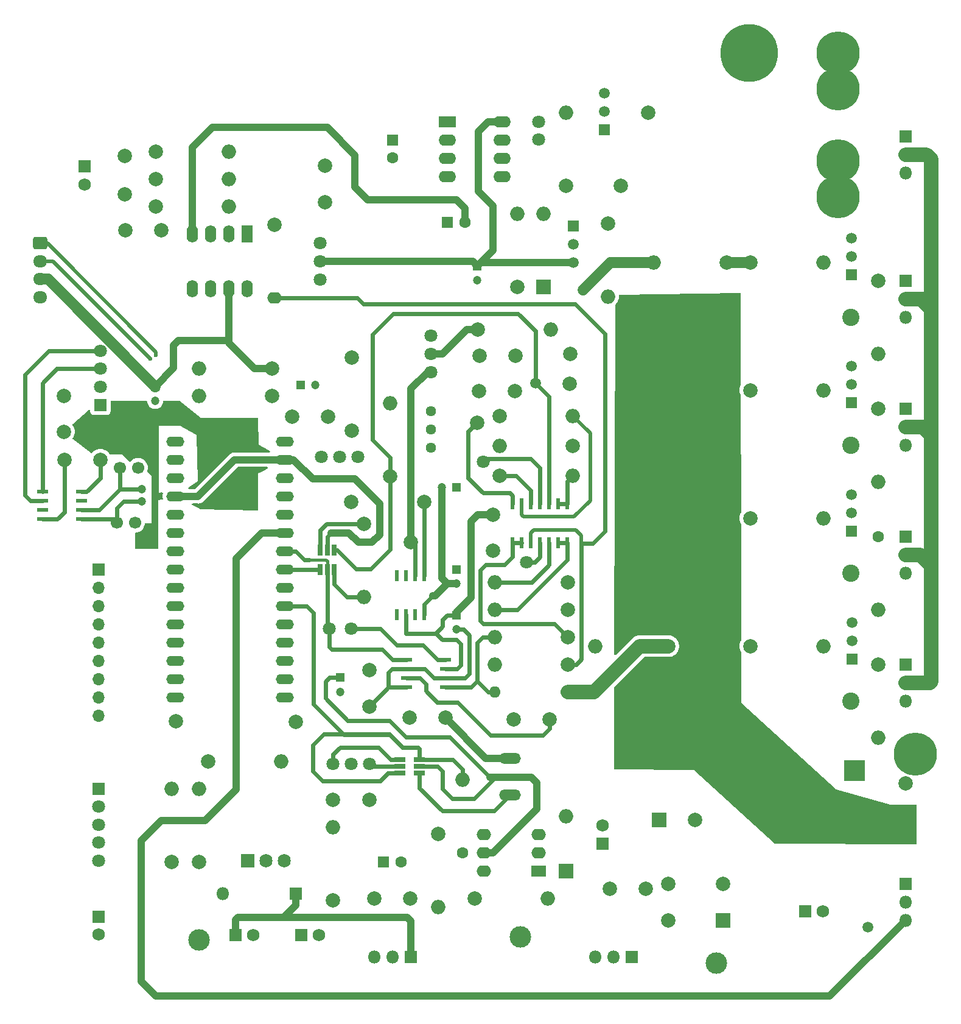
<source format=gbr>
%TF.GenerationSoftware,KiCad,Pcbnew,7.0.9-7.0.9~ubuntu23.04.1*%
%TF.CreationDate,2024-01-04T09:07:39+01:00*%
%TF.ProjectId,Electronic_DC_Load,456c6563-7472-46f6-9e69-635f44435f4c,rev?*%
%TF.SameCoordinates,Original*%
%TF.FileFunction,Copper,L1,Top*%
%TF.FilePolarity,Positive*%
%FSLAX46Y46*%
G04 Gerber Fmt 4.6, Leading zero omitted, Abs format (unit mm)*
G04 Created by KiCad (PCBNEW 7.0.9-7.0.9~ubuntu23.04.1) date 2024-01-04 09:07:39*
%MOMM*%
%LPD*%
G01*
G04 APERTURE LIST*
G04 Aperture macros list*
%AMRoundRect*
0 Rectangle with rounded corners*
0 $1 Rounding radius*
0 $2 $3 $4 $5 $6 $7 $8 $9 X,Y pos of 4 corners*
0 Add a 4 corners polygon primitive as box body*
4,1,4,$2,$3,$4,$5,$6,$7,$8,$9,$2,$3,0*
0 Add four circle primitives for the rounded corners*
1,1,$1+$1,$2,$3*
1,1,$1+$1,$4,$5*
1,1,$1+$1,$6,$7*
1,1,$1+$1,$8,$9*
0 Add four rect primitives between the rounded corners*
20,1,$1+$1,$2,$3,$4,$5,0*
20,1,$1+$1,$4,$5,$6,$7,0*
20,1,$1+$1,$6,$7,$8,$9,0*
20,1,$1+$1,$8,$9,$2,$3,0*%
G04 Aperture macros list end*
%TA.AperFunction,ComponentPad*%
%ADD10RoundRect,0.250000X-0.725000X0.600000X-0.725000X-0.600000X0.725000X-0.600000X0.725000X0.600000X0*%
%TD*%
%TA.AperFunction,ComponentPad*%
%ADD11O,1.950000X1.700000*%
%TD*%
%TA.AperFunction,ComponentPad*%
%ADD12R,2.000000X2.000000*%
%TD*%
%TA.AperFunction,ComponentPad*%
%ADD13C,2.000000*%
%TD*%
%TA.AperFunction,ComponentPad*%
%ADD14C,1.800000*%
%TD*%
%TA.AperFunction,ComponentPad*%
%ADD15R,1.600000X1.600000*%
%TD*%
%TA.AperFunction,ComponentPad*%
%ADD16C,1.600000*%
%TD*%
%TA.AperFunction,ComponentPad*%
%ADD17R,1.200000X1.200000*%
%TD*%
%TA.AperFunction,ComponentPad*%
%ADD18C,1.200000*%
%TD*%
%TA.AperFunction,ComponentPad*%
%ADD19C,1.700000*%
%TD*%
%TA.AperFunction,ComponentPad*%
%ADD20O,2.000000X2.000000*%
%TD*%
%TA.AperFunction,ComponentPad*%
%ADD21R,3.000000X3.000000*%
%TD*%
%TA.AperFunction,ComponentPad*%
%ADD22O,3.000000X3.000000*%
%TD*%
%TA.AperFunction,ComponentPad*%
%ADD23R,1.800000X1.800000*%
%TD*%
%TA.AperFunction,ComponentPad*%
%ADD24O,1.800000X1.800000*%
%TD*%
%TA.AperFunction,ComponentPad*%
%ADD25C,6.000000*%
%TD*%
%TA.AperFunction,ComponentPad*%
%ADD26O,3.010000X1.510000*%
%TD*%
%TA.AperFunction,ComponentPad*%
%ADD27R,1.750000X1.750000*%
%TD*%
%TA.AperFunction,ComponentPad*%
%ADD28C,1.750000*%
%TD*%
%TA.AperFunction,ComponentPad*%
%ADD29C,3.000000*%
%TD*%
%TA.AperFunction,ComponentPad*%
%ADD30C,8.000000*%
%TD*%
%TA.AperFunction,ComponentPad*%
%ADD31R,1.900000X1.900000*%
%TD*%
%TA.AperFunction,ComponentPad*%
%ADD32O,1.800000X1.900000*%
%TD*%
%TA.AperFunction,ComponentPad*%
%ADD33O,2.000000X1.600000*%
%TD*%
%TA.AperFunction,ComponentPad*%
%ADD34C,2.400000*%
%TD*%
%TA.AperFunction,ComponentPad*%
%ADD35O,2.400000X2.400000*%
%TD*%
%TA.AperFunction,SMDPad,CuDef*%
%ADD36R,0.650000X1.560000*%
%TD*%
%TA.AperFunction,SMDPad,CuDef*%
%ADD37R,1.550000X0.600000*%
%TD*%
%TA.AperFunction,SMDPad,CuDef*%
%ADD38R,0.600000X1.500000*%
%TD*%
%TA.AperFunction,SMDPad,CuDef*%
%ADD39R,0.600000X1.550000*%
%TD*%
%TA.AperFunction,ComponentPad*%
%ADD40R,2.000000X1.600000*%
%TD*%
%TA.AperFunction,ComponentPad*%
%ADD41R,1.600000X2.400000*%
%TD*%
%TA.AperFunction,ComponentPad*%
%ADD42O,1.600000X2.400000*%
%TD*%
%TA.AperFunction,ComponentPad*%
%ADD43R,2.400000X1.600000*%
%TD*%
%TA.AperFunction,ComponentPad*%
%ADD44O,2.400000X1.600000*%
%TD*%
%TA.AperFunction,ComponentPad*%
%ADD45O,2.500000X1.400000*%
%TD*%
%TA.AperFunction,ComponentPad*%
%ADD46R,1.520000X1.520000*%
%TD*%
%TA.AperFunction,ComponentPad*%
%ADD47C,1.520000*%
%TD*%
%TA.AperFunction,ComponentPad*%
%ADD48C,1.500000*%
%TD*%
%TA.AperFunction,ComponentPad*%
%ADD49O,1.600000X1.600000*%
%TD*%
%TA.AperFunction,ComponentPad*%
%ADD50C,1.440000*%
%TD*%
%TA.AperFunction,SMDPad,CuDef*%
%ADD51R,1.560000X0.650000*%
%TD*%
%TA.AperFunction,ComponentPad*%
%ADD52R,1.700000X1.700000*%
%TD*%
%TA.AperFunction,ComponentPad*%
%ADD53O,1.700000X1.700000*%
%TD*%
%TA.AperFunction,ViaPad*%
%ADD54C,1.500000*%
%TD*%
%TA.AperFunction,ViaPad*%
%ADD55C,0.600000*%
%TD*%
%TA.AperFunction,Conductor*%
%ADD56C,0.500000*%
%TD*%
%TA.AperFunction,Conductor*%
%ADD57C,1.000000*%
%TD*%
%TA.AperFunction,Conductor*%
%ADD58C,1.500000*%
%TD*%
%TA.AperFunction,Conductor*%
%ADD59C,0.600000*%
%TD*%
%TA.AperFunction,Conductor*%
%ADD60C,0.400000*%
%TD*%
%TA.AperFunction,Conductor*%
%ADD61C,2.000000*%
%TD*%
G04 APERTURE END LIST*
D10*
%TO.P,J17,1,Pin_1*%
%TO.N,Net-(J17-Pin_1)*%
X46228000Y-62629400D03*
D11*
%TO.P,J17,2,Pin_2*%
%TO.N,Net-(J17-Pin_2)*%
X46228000Y-65129400D03*
%TO.P,J17,3,Pin_3*%
%TO.N,+5V*%
X46228000Y-67629400D03*
%TO.P,J17,4,Pin_4*%
%TO.N,GNDPWR*%
X46228000Y-70129400D03*
%TD*%
D12*
%TO.P,C1,1*%
%TO.N,Net-(U1-IN)*%
X141224000Y-156718000D03*
D13*
%TO.P,C1,2*%
%TO.N,GNDPWR*%
X141224000Y-151718000D03*
%TD*%
%TO.P,C2,1*%
%TO.N,Net-(U1-IN)*%
X133604000Y-156718000D03*
%TO.P,C2,2*%
%TO.N,GNDPWR*%
X133604000Y-151718000D03*
%TD*%
D14*
%TO.P,C3,1*%
%TO.N,+5V*%
X115570000Y-45720000D03*
%TO.P,C3,2*%
%TO.N,Net-(U12-OSC)*%
X115570000Y-48220000D03*
%TD*%
D15*
%TO.P,C4,1*%
%TO.N,Net-(U12-CAP+)*%
X95250000Y-48260000D03*
D16*
%TO.P,C4,2*%
%TO.N,Net-(U12-CAP-)*%
X95250000Y-50760000D03*
%TD*%
D13*
%TO.P,C5,1*%
%TO.N,+12V*%
X125490600Y-152349200D03*
%TO.P,C5,2*%
%TO.N,GNDPWR*%
X130490600Y-152349200D03*
%TD*%
D12*
%TO.P,C6,1*%
%TO.N,+12V*%
X132334000Y-142748000D03*
D13*
%TO.P,C6,2*%
%TO.N,GNDPWR*%
X137334000Y-142748000D03*
%TD*%
%TO.P,C7,1*%
%TO.N,+5V*%
X92710000Y-153670000D03*
%TO.P,C7,2*%
%TO.N,GNDPWR*%
X97710000Y-153670000D03*
%TD*%
D15*
%TO.P,C8,1*%
%TO.N,+5V*%
X93980000Y-148590000D03*
D16*
%TO.P,C8,2*%
%TO.N,GNDPWR*%
X96480000Y-148590000D03*
%TD*%
D13*
%TO.P,C9,1*%
%TO.N,+5V*%
X81280000Y-86741000D03*
%TO.P,C9,2*%
%TO.N,GNDPWR*%
X86280000Y-86741000D03*
%TD*%
D17*
%TO.P,C10,1*%
%TO.N,+5V*%
X82486500Y-82296000D03*
D18*
%TO.P,C10,2*%
%TO.N,GNDPWR*%
X84486500Y-82296000D03*
%TD*%
D13*
%TO.P,C11,1*%
%TO.N,+5V*%
X49530000Y-83820000D03*
%TO.P,C11,2*%
%TO.N,GNDPWR*%
X49530000Y-88820000D03*
%TD*%
%TO.P,C12,1*%
%TO.N,+5V*%
X92000000Y-122000000D03*
%TO.P,C12,2*%
%TO.N,GNDPWR*%
X92000000Y-127000000D03*
%TD*%
D17*
%TO.P,C13,1*%
%TO.N,+5V*%
X62230000Y-82550000D03*
D18*
%TO.P,C13,2*%
%TO.N,GNDPWR*%
X62230000Y-84550000D03*
%TD*%
D17*
%TO.P,C14,1*%
%TO.N,+5V*%
X88000000Y-123000000D03*
D18*
%TO.P,C14,2*%
%TO.N,GNDPWR*%
X88000000Y-125000000D03*
%TD*%
D13*
%TO.P,C15,1*%
%TO.N,Net-(U6-CH1+)*%
X97599500Y-128587500D03*
%TO.P,C15,2*%
%TO.N,GNDPWR*%
X102599500Y-128587500D03*
%TD*%
%TO.P,C16,1*%
%TO.N,Net-(U7B-+)*%
X112395000Y-78295500D03*
%TO.P,C16,2*%
%TO.N,GNDPWR*%
X107395000Y-78295500D03*
%TD*%
%TO.P,C17,1*%
%TO.N,Net-(U6-CH2+)*%
X117094000Y-128778000D03*
%TO.P,C17,2*%
%TO.N,GNDPWR*%
X112094000Y-128778000D03*
%TD*%
%TO.P,C18,1*%
%TO.N,+5V*%
X109220000Y-100330000D03*
%TO.P,C18,2*%
%TO.N,GNDPWR*%
X109220000Y-105330000D03*
%TD*%
%TO.P,C19,1*%
%TO.N,Net-(C19-Pad1)*%
X107315000Y-83185000D03*
%TO.P,C19,2*%
%TO.N,Net-(C19-Pad2)*%
X112315000Y-83185000D03*
%TD*%
D17*
%TO.P,C20,1*%
%TO.N,+5V*%
X104140000Y-96520000D03*
D18*
%TO.P,C20,2*%
%TO.N,GNDPWR*%
X102140000Y-96520000D03*
%TD*%
D13*
%TO.P,C21,1*%
%TO.N,GNDPWR*%
X54610000Y-92710000D03*
%TO.P,C21,2*%
%TO.N,+5V*%
X49610000Y-92710000D03*
%TD*%
D19*
%TO.P,C22,1*%
%TO.N,GNDPWR*%
X59436000Y-101473000D03*
%TO.P,C22,2*%
%TO.N,Net-(U8-X1)*%
X56936000Y-101473000D03*
%TD*%
%TO.P,C23,1*%
%TO.N,GNDPWR*%
X59847800Y-93827600D03*
%TO.P,C23,2*%
%TO.N,Net-(U8-X2)*%
X57347800Y-93827600D03*
%TD*%
D17*
%TO.P,C24,1*%
%TO.N,+5V*%
X104140000Y-114300000D03*
D18*
%TO.P,C24,2*%
%TO.N,GNDPWR*%
X104140000Y-116300000D03*
%TD*%
D17*
%TO.P,C25,1*%
%TO.N,+4.096V*%
X104140000Y-107950000D03*
D18*
%TO.P,C25,2*%
%TO.N,GNDPWR*%
X104140000Y-109950000D03*
%TD*%
D15*
%TO.P,C26,1*%
%TO.N,GNDPWR*%
X102870000Y-59690000D03*
D16*
%TO.P,C26,2*%
%TO.N,-5V*%
X105370000Y-59690000D03*
%TD*%
D13*
%TO.P,C27,1*%
%TO.N,-5V*%
X63053600Y-60833000D03*
%TO.P,C27,2*%
%TO.N,GNDPWR*%
X58053600Y-60833000D03*
%TD*%
%TO.P,C28,1*%
%TO.N,Net-(C28-Pad1)*%
X92000000Y-140000000D03*
%TO.P,C28,2*%
%TO.N,Net-(C28-Pad2)*%
X87000000Y-140000000D03*
%TD*%
%TO.P,C29,1*%
%TO.N,+5V*%
X85852000Y-56896000D03*
%TO.P,C29,2*%
%TO.N,GNDPWR*%
X85852000Y-51896000D03*
%TD*%
D12*
%TO.P,D1,1,K*%
%TO.N,Net-(D1-K)*%
X116268500Y-68707000D03*
D20*
%TO.P,D1,2,A*%
%TO.N,GNDPWR*%
X116268500Y-58547000D03*
%TD*%
D21*
%TO.P,D3,1,K*%
%TO.N,GNDPWR*%
X159512000Y-135890000D03*
D22*
%TO.P,D3,2,A*%
%TO.N,Net-(D3-A)*%
X144272000Y-135890000D03*
%TD*%
D12*
%TO.P,D4,1,K*%
%TO.N,Net-(D4-K)*%
X119380000Y-149860000D03*
D20*
%TO.P,D4,2,A*%
%TO.N,Net-(D4-A)*%
X119380000Y-142240000D03*
%TD*%
D23*
%TO.P,D5,1,A*%
%TO.N,Net-(D5-A-Pad1)*%
X166624000Y-47752000D03*
D24*
%TO.P,D5,2,K*%
%TO.N,Net-(D5-K)*%
X166624000Y-50292000D03*
%TO.P,D5,3,A*%
%TO.N,Net-(D5-A-Pad1)*%
X166624000Y-52832000D03*
%TD*%
D25*
%TO.P,F1,1*%
%TO.N,Net-(F1-Pad1)*%
X157200000Y-36170000D03*
X157200000Y-41170000D03*
%TO.P,F1,2*%
%TO.N,Net-(D5-A-Pad1)*%
X157200000Y-51170000D03*
X157200000Y-56170000D03*
%TD*%
D26*
%TO.P,J1,1,1*%
%TO.N,Net-(J1-Pad1)*%
X111633000Y-139319000D03*
%TO.P,J1,2,2*%
%TO.N,GNDPWR*%
X111633000Y-134239000D03*
%TD*%
D27*
%TO.P,J2,1,1*%
%TO.N,Net-(U1-IN)*%
X152654000Y-155448000D03*
D28*
%TO.P,J2,2,2*%
%TO.N,GNDPWR*%
X155154000Y-155448000D03*
%TD*%
D29*
%TO.P,J3,1,1*%
%TO.N,+5V*%
X68340000Y-159480000D03*
%TD*%
%TO.P,J4,1,1*%
%TO.N,GNDPWR*%
X140320000Y-162690000D03*
%TD*%
%TO.P,J5,1,1*%
%TO.N,+12V*%
X113000000Y-159000000D03*
%TD*%
D27*
%TO.P,J6,1,1*%
%TO.N,Net-(J6-Pad1)*%
X82550000Y-158750000D03*
D28*
%TO.P,J6,2,2*%
%TO.N,+5V*%
X85050000Y-158750000D03*
%TD*%
D13*
%TO.P,J7,1,1*%
%TO.N,+4.096V*%
X97790000Y-104140000D03*
%TD*%
D27*
%TO.P,J8,1,1*%
%TO.N,Net-(J8-Pad1)*%
X124460000Y-146050000D03*
D28*
%TO.P,J8,2,2*%
%TO.N,Net-(D4-A)*%
X124460000Y-143550000D03*
%TD*%
D13*
%TO.P,J9,1,1*%
%TO.N,Net-(U7B-+)*%
X119888000Y-82169000D03*
%TD*%
%TO.P,J10,1,1*%
%TO.N,Net-(C19-Pad1)*%
X106997500Y-87566500D03*
%TD*%
%TO.P,J11,1,1*%
%TO.N,-5V*%
X127000000Y-54610000D03*
%TD*%
%TO.P,J12,1,1*%
%TO.N,-2V5*%
X130810000Y-44450000D03*
%TD*%
D27*
%TO.P,J13,1,1*%
%TO.N,+12V*%
X73406000Y-158750000D03*
D28*
%TO.P,J13,2,2*%
%TO.N,Net-(D2-A)*%
X75906000Y-158750000D03*
%TD*%
D23*
%TO.P,LCD1,1,GND*%
%TO.N,GNDPWR*%
X54610000Y-85090000D03*
D14*
%TO.P,LCD1,2,VCC*%
%TO.N,+5V*%
X54610000Y-82590000D03*
%TO.P,LCD1,3,SDA*%
%TO.N,Net-(LCD1-SDA)*%
X54610000Y-80090000D03*
%TO.P,LCD1,4,SCL*%
%TO.N,Net-(LCD1-SCL)*%
X54610000Y-77590000D03*
%TD*%
D30*
%TO.P,P5,1,1*%
%TO.N,Net-(F1-Pad1)*%
X144880000Y-36170000D03*
%TD*%
D25*
%TO.P,P6,1,1*%
%TO.N,GNDPWR*%
X167957500Y-133604000D03*
%TD*%
D13*
%TO.P,P7,1,1*%
%TO.N,Net-(J15-Pad2)*%
X58039000Y-55816500D03*
%TD*%
%TO.P,P8,1,1*%
%TO.N,Net-(J15-Pad1)*%
X57975500Y-50482500D03*
%TD*%
D31*
%TO.P,Q1,1,B*%
%TO.N,Net-(Q1-B)*%
X75120500Y-148463000D03*
D32*
%TO.P,Q1,2,C*%
%TO.N,Net-(D2-A)*%
X77660500Y-148463000D03*
%TO.P,Q1,3,E*%
%TO.N,GNDPWR*%
X80200500Y-148463000D03*
%TD*%
D23*
%TO.P,Q2,1,G*%
%TO.N,Net-(Q2-G)*%
X166624000Y-67818000D03*
D24*
%TO.P,Q2,2,D*%
%TO.N,Net-(D5-K)*%
X166624000Y-70358000D03*
%TO.P,Q2,3,S*%
%TO.N,Net-(Q2-S)*%
X166624000Y-72898000D03*
%TD*%
D23*
%TO.P,Q3,1,G*%
%TO.N,Net-(Q3-G)*%
X166624000Y-85598000D03*
D24*
%TO.P,Q3,2,D*%
%TO.N,Net-(D5-K)*%
X166624000Y-88138000D03*
%TO.P,Q3,3,S*%
%TO.N,Net-(Q3-S)*%
X166624000Y-90678000D03*
%TD*%
D23*
%TO.P,Q4,1,G*%
%TO.N,Net-(Q4-G)*%
X166624000Y-103378000D03*
D24*
%TO.P,Q4,2,D*%
%TO.N,Net-(D5-K)*%
X166624000Y-105918000D03*
%TO.P,Q4,3,S*%
%TO.N,Net-(Q4-S)*%
X166624000Y-108458000D03*
%TD*%
D23*
%TO.P,Q5,1,G*%
%TO.N,Net-(Q5-G)*%
X166624000Y-121158000D03*
D24*
%TO.P,Q5,2,D*%
%TO.N,Net-(D5-K)*%
X166624000Y-123698000D03*
%TO.P,Q5,3,S*%
%TO.N,Net-(Q5-S)*%
X166624000Y-126238000D03*
%TD*%
D13*
%TO.P,R1,1*%
%TO.N,+5V*%
X64516000Y-148590000D03*
D20*
%TO.P,R1,2*%
%TO.N,Net-(SW1-A)*%
X64516000Y-138430000D03*
%TD*%
D13*
%TO.P,R2,1*%
%TO.N,+5V*%
X68326000Y-148590000D03*
D20*
%TO.P,R2,2*%
%TO.N,Net-(SW1-B)*%
X68326000Y-138430000D03*
%TD*%
D13*
%TO.P,R3,1*%
%TO.N,Net-(U3-(int3)#D3)*%
X69596000Y-134620000D03*
D20*
%TO.P,R3,2*%
%TO.N,Net-(Q1-B)*%
X79756000Y-134620000D03*
%TD*%
D13*
%TO.P,R4,1*%
%TO.N,Net-(U5-OUT)*%
X94932500Y-94996000D03*
D20*
%TO.P,R4,2*%
%TO.N,GNDPWR*%
X94932500Y-84836000D03*
%TD*%
D13*
%TO.P,R5,1*%
%TO.N,Net-(U7C--)*%
X119634000Y-117348000D03*
D20*
%TO.P,R5,2*%
%TO.N,Net-(U6-CH1+)*%
X109474000Y-117348000D03*
%TD*%
D13*
%TO.P,R6,1*%
%TO.N,Net-(U7B-+)*%
X110172500Y-94932500D03*
D20*
%TO.P,R6,2*%
%TO.N,Net-(U7A--)*%
X120332500Y-94932500D03*
%TD*%
D13*
%TO.P,R7,1*%
%TO.N,LoadOff*%
X120000000Y-78000000D03*
D20*
%TO.P,R7,2*%
%TO.N,Net-(D3-A)*%
X130160000Y-78000000D03*
%TD*%
D13*
%TO.P,R8,1*%
%TO.N,Net-(C19-Pad2)*%
X110172500Y-86614000D03*
D20*
%TO.P,R8,2*%
%TO.N,LoadOff*%
X120332500Y-86614000D03*
%TD*%
D13*
%TO.P,R9,1*%
%TO.N,Net-(U6-CH2+)*%
X119634000Y-113538000D03*
D20*
%TO.P,R9,2*%
%TO.N,Net-(U7D--)*%
X109474000Y-113538000D03*
%TD*%
D13*
%TO.P,R10,1*%
%TO.N,Net-(Q6-E)*%
X162814000Y-67818000D03*
D20*
%TO.P,R10,2*%
%TO.N,-5V*%
X162814000Y-77978000D03*
%TD*%
D13*
%TO.P,R11,1*%
%TO.N,Net-(U7C-+)*%
X119634000Y-121158000D03*
D20*
%TO.P,R11,2*%
%TO.N,GNDPWR*%
X109474000Y-121158000D03*
%TD*%
D13*
%TO.P,R12,1*%
%TO.N,Net-(Q7-E)*%
X162814000Y-85598000D03*
D20*
%TO.P,R12,2*%
%TO.N,-5V*%
X162814000Y-95758000D03*
%TD*%
D13*
%TO.P,R13,1*%
%TO.N,Net-(R13-Pad1)*%
X78867000Y-60071000D03*
D33*
%TO.P,R13,2*%
%TO.N,Net-(U7C-+)*%
X78867000Y-70231000D03*
%TD*%
D13*
%TO.P,R14,1*%
%TO.N,Net-(U7B-+)*%
X120332500Y-90805000D03*
D20*
%TO.P,R14,2*%
%TO.N,Net-(R14-Pad2)*%
X110172500Y-90805000D03*
%TD*%
D13*
%TO.P,R15,1*%
%TO.N,Net-(R15-Pad1)*%
X141757400Y-65278000D03*
D20*
%TO.P,R15,2*%
%TO.N,Net-(C19-Pad1)*%
X131597400Y-65278000D03*
%TD*%
D13*
%TO.P,R16,1*%
%TO.N,Net-(D3-A)*%
X119634000Y-109728000D03*
D20*
%TO.P,R16,2*%
%TO.N,Net-(U7D-+)*%
X109474000Y-109728000D03*
%TD*%
D13*
%TO.P,R17,1*%
%TO.N,Net-(D3-A)*%
X166624000Y-142748000D03*
%TO.P,R17,2*%
%TO.N,GNDPWR*%
X166624000Y-137668000D03*
%TD*%
%TO.P,R18,1*%
%TO.N,+4.096V*%
X91249500Y-101600000D03*
D20*
%TO.P,R18,2*%
%TO.N,Net-(U5-A0)*%
X91249500Y-111760000D03*
%TD*%
D13*
%TO.P,R19,1*%
%TO.N,+5V*%
X78486000Y-83820000D03*
D20*
%TO.P,R19,2*%
%TO.N,Net-(LCD1-SDA)*%
X68326000Y-83820000D03*
%TD*%
D13*
%TO.P,R20,1*%
%TO.N,+5V*%
X78486000Y-80010000D03*
D20*
%TO.P,R20,2*%
%TO.N,Net-(LCD1-SCL)*%
X68326000Y-80010000D03*
%TD*%
D13*
%TO.P,R21,1*%
%TO.N,Net-(D4-K)*%
X106680000Y-153670000D03*
D20*
%TO.P,R21,2*%
%TO.N,Net-(J8-Pad1)*%
X116840000Y-153670000D03*
%TD*%
D34*
%TO.P,R22,1*%
%TO.N,Net-(Q2-S)*%
X159004000Y-72898000D03*
D35*
%TO.P,R22,2*%
%TO.N,Net-(D3-A)*%
X128524000Y-72898000D03*
%TD*%
D34*
%TO.P,R23,1*%
%TO.N,Net-(Q3-S)*%
X159004000Y-90678000D03*
D35*
%TO.P,R23,2*%
%TO.N,Net-(D3-A)*%
X128524000Y-90678000D03*
%TD*%
D34*
%TO.P,R24,1*%
%TO.N,Net-(Q4-S)*%
X159004000Y-108458000D03*
D35*
%TO.P,R24,2*%
%TO.N,Net-(D3-A)*%
X128524000Y-108458000D03*
%TD*%
D34*
%TO.P,R25,1*%
%TO.N,Net-(Q5-S)*%
X159004000Y-126238000D03*
D35*
%TO.P,R25,2*%
%TO.N,Net-(D3-A)*%
X128524000Y-126238000D03*
%TD*%
D16*
%TO.P,R26,1*%
%TO.N,Net-(Q8-E)*%
X162814000Y-103378000D03*
D20*
%TO.P,R26,2*%
%TO.N,-5V*%
X162814000Y-113538000D03*
%TD*%
D13*
%TO.P,R27,1*%
%TO.N,Net-(C28-Pad1)*%
X101570000Y-144740000D03*
D20*
%TO.P,R27,2*%
%TO.N,GNDPWR*%
X101570000Y-154900000D03*
%TD*%
D13*
%TO.P,R28,1*%
%TO.N,Net-(J6-Pad1)*%
X87000000Y-154000000D03*
D20*
%TO.P,R28,2*%
%TO.N,Net-(C28-Pad2)*%
X87000000Y-143840000D03*
%TD*%
D16*
%TO.P,R29,1*%
%TO.N,+5V*%
X105029000Y-147383500D03*
D20*
%TO.P,R29,2*%
%TO.N,Net-(U3-A2)*%
X105029000Y-137223500D03*
%TD*%
D13*
%TO.P,R30,1*%
%TO.N,-5V*%
X119380000Y-54610000D03*
D20*
%TO.P,R30,2*%
%TO.N,-2V5*%
X119380000Y-44450000D03*
%TD*%
D13*
%TO.P,R31,1*%
%TO.N,GNDPWR*%
X62357000Y-53721000D03*
D20*
%TO.P,R31,2*%
%TO.N,Net-(R31-Pad2)*%
X72517000Y-53721000D03*
%TD*%
D13*
%TO.P,R32,1*%
%TO.N,Net-(Q9-E)*%
X162814000Y-121158000D03*
D20*
%TO.P,R32,2*%
%TO.N,-5V*%
X162814000Y-131318000D03*
%TD*%
D13*
%TO.P,R33,1*%
%TO.N,Net-(J15-Pad2)*%
X62357000Y-57531000D03*
D20*
%TO.P,R33,2*%
%TO.N,Net-(R13-Pad1)*%
X72517000Y-57531000D03*
%TD*%
D13*
%TO.P,R34,1*%
%TO.N,Net-(J15-Pad1)*%
X62357000Y-49911000D03*
D20*
%TO.P,R34,2*%
%TO.N,Net-(R31-Pad2)*%
X72517000Y-49911000D03*
%TD*%
D13*
%TO.P,R35,1*%
%TO.N,Net-(R15-Pad1)*%
X145034000Y-65278000D03*
D20*
%TO.P,R35,2*%
%TO.N,Net-(Q2-G)*%
X155194000Y-65278000D03*
%TD*%
D13*
%TO.P,R36,1*%
%TO.N,Net-(R15-Pad1)*%
X145034000Y-83058000D03*
D20*
%TO.P,R36,2*%
%TO.N,Net-(Q3-G)*%
X155194000Y-83058000D03*
%TD*%
D13*
%TO.P,R37,1*%
%TO.N,Net-(R15-Pad1)*%
X145034000Y-100838000D03*
D20*
%TO.P,R37,2*%
%TO.N,Net-(Q4-G)*%
X155194000Y-100838000D03*
%TD*%
D13*
%TO.P,R38,1*%
%TO.N,Net-(R15-Pad1)*%
X145034000Y-118618000D03*
D20*
%TO.P,R38,2*%
%TO.N,Net-(Q5-G)*%
X155194000Y-118618000D03*
%TD*%
D13*
%TO.P,R39,1*%
%TO.N,-5V*%
X133604000Y-118618000D03*
D20*
%TO.P,R39,2*%
%TO.N,Net-(U6-CH2+)*%
X123444000Y-118618000D03*
%TD*%
D13*
%TO.P,R40,1*%
%TO.N,Net-(R40-Pad1)*%
X107124500Y-74612500D03*
D20*
%TO.P,R40,2*%
%TO.N,LoadOff*%
X117284500Y-74612500D03*
%TD*%
D13*
%TO.P,R41,1*%
%TO.N,Net-(D1-K)*%
X112649000Y-68707000D03*
D20*
%TO.P,R41,2*%
%TO.N,GNDPWR*%
X112649000Y-58547000D03*
%TD*%
D13*
%TO.P,R42,1*%
%TO.N,Net-(Q10-E)*%
X125222000Y-59880500D03*
D20*
%TO.P,R42,2*%
%TO.N,LoadOff*%
X125222000Y-70040500D03*
%TD*%
D14*
%TO.P,RV1,1,1*%
%TO.N,Net-(C28-Pad2)*%
X87000000Y-135000000D03*
%TO.P,RV1,2,2*%
%TO.N,GNDPWR*%
X89540000Y-135000000D03*
%TO.P,RV1,3,3*%
X92080000Y-135000000D03*
%TD*%
%TO.P,RV2,1,1*%
%TO.N,Net-(RV2-Pad1)*%
X85217000Y-67691000D03*
%TO.P,RV2,2,2*%
%TO.N,+5V*%
X85217000Y-65151000D03*
%TO.P,RV2,3,3*%
%TO.N,Net-(RV2-Pad3)*%
X85217000Y-62611000D03*
%TD*%
%TO.P,RV3,1,1*%
%TO.N,-2V5*%
X100584000Y-75438000D03*
%TO.P,RV3,2,2*%
%TO.N,Net-(R40-Pad1)*%
X100584000Y-77978000D03*
%TO.P,RV3,3,3*%
%TO.N,+4.096V*%
X100584000Y-80518000D03*
%TD*%
D23*
%TO.P,SW1,1,A*%
%TO.N,Net-(SW1-A)*%
X54356000Y-138430000D03*
D14*
%TO.P,SW1,2,C*%
%TO.N,GNDPWR*%
X54356000Y-140930000D03*
%TO.P,SW1,3,B*%
%TO.N,Net-(SW1-B)*%
X54356000Y-143430000D03*
%TO.P,SW1,4*%
%TO.N,GNDPWR*%
X54356000Y-145930000D03*
%TO.P,SW1,5*%
%TO.N,Net-(U3-A3)*%
X54356000Y-148430000D03*
%TD*%
D27*
%TO.P,SW2,1,1*%
%TO.N,GNDPWR*%
X54356000Y-156210000D03*
D28*
%TO.P,SW2,2,2*%
%TO.N,Net-(U3-A1)*%
X54356000Y-158710000D03*
%TD*%
D23*
%TO.P,U4,1,+5V*%
%TO.N,+5V*%
X166624000Y-151638000D03*
D24*
%TO.P,U4,2,GND*%
%TO.N,GNDPWR*%
X166624000Y-154178000D03*
%TO.P,U4,3,Out*%
%TO.N,Net-(U3-A6)*%
X166624000Y-156718000D03*
%TD*%
D36*
%TO.P,U5,1,OUT*%
%TO.N,Net-(U5-OUT)*%
X87119500Y-105266500D03*
%TO.P,U5,2,VSS*%
%TO.N,GNDPWR*%
X86169500Y-105266500D03*
%TO.P,U5,3,VDD*%
%TO.N,+4.096V*%
X85219500Y-105266500D03*
%TO.P,U5,4,SDA*%
%TO.N,Net-(LCD1-SDA)*%
X85219500Y-107966500D03*
%TO.P,U5,5,SCL*%
%TO.N,Net-(LCD1-SCL)*%
X86169500Y-107966500D03*
%TO.P,U5,6,A0*%
%TO.N,Net-(U5-A0)*%
X87119500Y-107966500D03*
%TD*%
D37*
%TO.P,U6,1,CH1+*%
%TO.N,Net-(U6-CH1+)*%
X102585500Y-124333000D03*
%TO.P,U6,2,CH1-*%
%TO.N,GNDPWR*%
X102585500Y-123063000D03*
%TO.P,U6,3,VDD*%
%TO.N,+5V*%
X102585500Y-121793000D03*
%TO.P,U6,4,SDA*%
%TO.N,Net-(LCD1-SDA)*%
X102585500Y-120523000D03*
%TO.P,U6,5,SCL*%
%TO.N,Net-(LCD1-SCL)*%
X97185500Y-120523000D03*
%TO.P,U6,6,VSS*%
%TO.N,GNDPWR*%
X97185500Y-121793000D03*
%TO.P,U6,7,CH2+*%
%TO.N,Net-(U6-CH2+)*%
X97185500Y-123063000D03*
%TO.P,U6,8,CH2-*%
%TO.N,GNDPWR*%
X97185500Y-124333000D03*
%TD*%
D38*
%TO.P,U7,1*%
%TO.N,Net-(U7A--)*%
X119570500Y-98836500D03*
%TO.P,U7,2,-*%
X118300500Y-98836500D03*
%TO.P,U7,3,+*%
%TO.N,Net-(U5-OUT)*%
X117030500Y-98836500D03*
%TO.P,U7,4,V+*%
%TO.N,+5V*%
X115760500Y-98836500D03*
%TO.P,U7,5,+*%
%TO.N,Net-(U7B-+)*%
X114490500Y-98836500D03*
%TO.P,U7,6,-*%
%TO.N,LoadOff*%
X113220500Y-98836500D03*
%TO.P,U7,7*%
%TO.N,Net-(C19-Pad1)*%
X111950500Y-98836500D03*
%TO.P,U7,8*%
%TO.N,Net-(U7C--)*%
X111950500Y-104236500D03*
%TO.P,U7,9,-*%
X113220500Y-104236500D03*
%TO.P,U7,10,+*%
%TO.N,Net-(U7C-+)*%
X114490500Y-104236500D03*
%TO.P,U7,11,V-*%
%TO.N,GNDPWR*%
X115760500Y-104236500D03*
%TO.P,U7,12,+*%
%TO.N,Net-(U7D-+)*%
X117030500Y-104236500D03*
%TO.P,U7,13,-*%
%TO.N,Net-(U7D--)*%
X118300500Y-104236500D03*
%TO.P,U7,14*%
X119570500Y-104236500D03*
%TD*%
D37*
%TO.P,U8,1,X1*%
%TO.N,Net-(U8-X1)*%
X51976000Y-100965000D03*
%TO.P,U8,2,X2*%
%TO.N,Net-(U8-X2)*%
X51976000Y-99695000D03*
%TO.P,U8,3,Vbat*%
%TO.N,unconnected-(U8-Vbat-Pad3)*%
X51976000Y-98425000D03*
%TO.P,U8,4,GND*%
%TO.N,GNDPWR*%
X51976000Y-97155000D03*
%TO.P,U8,5,SDA*%
%TO.N,Net-(LCD1-SDA)*%
X46576000Y-97155000D03*
%TO.P,U8,6,SCL*%
%TO.N,Net-(LCD1-SCL)*%
X46576000Y-98425000D03*
%TO.P,U8,7,MFP*%
%TO.N,unconnected-(U8-MFP-Pad7)*%
X46576000Y-99695000D03*
%TO.P,U8,8,VCC*%
%TO.N,+5V*%
X46576000Y-100965000D03*
%TD*%
D39*
%TO.P,U9,1,DNC*%
%TO.N,unconnected-(U9-DNC-Pad1)*%
X95885000Y-114269500D03*
%TO.P,U9,2,Vin*%
%TO.N,+5V*%
X97155000Y-114269500D03*
%TO.P,U9,3,Temp*%
%TO.N,unconnected-(U9-Temp-Pad3)*%
X98425000Y-114269500D03*
%TO.P,U9,4,GND*%
%TO.N,GNDPWR*%
X99695000Y-114269500D03*
%TO.P,U9,5,Trim*%
%TO.N,Net-(U9-Trim)*%
X99695000Y-108869500D03*
%TO.P,U9,6,Vout*%
%TO.N,+4.096V*%
X98425000Y-108869500D03*
%TO.P,U9,7,NC*%
%TO.N,unconnected-(U9-NC-Pad7)*%
X97155000Y-108869500D03*
%TO.P,U9,8,DNC*%
%TO.N,unconnected-(U9-DNC-Pad8)*%
X95885000Y-108869500D03*
%TD*%
D40*
%TO.P,U10,1*%
%TO.N,Net-(D4-K)*%
X115570000Y-149860000D03*
D33*
%TO.P,U10,2*%
%TO.N,Net-(D4-A)*%
X115570000Y-147320000D03*
%TO.P,U10,3,NC*%
%TO.N,unconnected-(U10-NC-Pad3)*%
X115570000Y-144780000D03*
%TO.P,U10,4*%
%TO.N,Net-(C28-Pad1)*%
X107950000Y-144780000D03*
%TO.P,U10,5*%
%TO.N,+5V*%
X107950000Y-147320000D03*
%TO.P,U10,6*%
%TO.N,unconnected-(U10-Pad6)*%
X107950000Y-149860000D03*
%TD*%
D41*
%TO.P,U13,1*%
%TO.N,Net-(RV2-Pad3)*%
X75057000Y-61341000D03*
D42*
%TO.P,U13,2*%
%TO.N,Net-(R13-Pad1)*%
X72517000Y-61341000D03*
%TO.P,U13,3*%
%TO.N,Net-(R31-Pad2)*%
X69977000Y-61341000D03*
%TO.P,U13,4*%
%TO.N,-5V*%
X67437000Y-61341000D03*
%TO.P,U13,5*%
%TO.N,N/C*%
X67437000Y-68961000D03*
%TO.P,U13,6*%
%TO.N,Net-(U7C-+)*%
X69977000Y-68961000D03*
%TO.P,U13,7*%
%TO.N,+5V*%
X72517000Y-68961000D03*
%TO.P,U13,8*%
%TO.N,Net-(RV2-Pad1)*%
X75057000Y-68961000D03*
%TD*%
D18*
%TO.P,Y1,1,1*%
%TO.N,Net-(U8-X2)*%
X60388500Y-96837500D03*
%TO.P,Y1,2,2*%
%TO.N,Net-(U8-X1)*%
X60388500Y-98537500D03*
%TD*%
D43*
%TO.P,U12,1,NC*%
%TO.N,unconnected-(U12-NC-Pad1)*%
X102870000Y-45720000D03*
D44*
%TO.P,U12,2,CAP+*%
%TO.N,Net-(U12-CAP+)*%
X102870000Y-48260000D03*
%TO.P,U12,3,GND*%
%TO.N,GNDPWR*%
X102870000Y-50800000D03*
%TO.P,U12,4,CAP-*%
%TO.N,Net-(U12-CAP-)*%
X102870000Y-53340000D03*
%TO.P,U12,5,VOUT*%
%TO.N,-5V*%
X110490000Y-53340000D03*
%TO.P,U12,6,LV*%
%TO.N,unconnected-(U12-LV-Pad6)*%
X110490000Y-50800000D03*
%TO.P,U12,7,OSC*%
%TO.N,Net-(U12-OSC)*%
X110490000Y-48260000D03*
%TO.P,U12,8,V+*%
%TO.N,+5V*%
X110490000Y-45720000D03*
%TD*%
D23*
%TO.P,U1,1,IN*%
%TO.N,Net-(U1-IN)*%
X128524000Y-161798000D03*
D24*
%TO.P,U1,2,GND*%
%TO.N,GNDPWR*%
X125984000Y-161798000D03*
%TO.P,U1,3,OUT*%
%TO.N,+12V*%
X123444000Y-161798000D03*
%TD*%
D23*
%TO.P,U2,1,IN*%
%TO.N,+12V*%
X97790000Y-161800000D03*
D24*
%TO.P,U2,2,GND*%
%TO.N,GNDPWR*%
X95250000Y-161800000D03*
%TO.P,U2,3,OUT*%
%TO.N,+5V*%
X92710000Y-161800000D03*
%TD*%
D45*
%TO.P,U3,1,(TX)D0*%
%TO.N,Net-(J17-Pin_2)*%
X65024000Y-90170000D03*
%TO.P,U3,2,(RX)D1*%
%TO.N,Net-(J17-Pin_1)*%
X65024000Y-92710000D03*
%TO.P,U3,3,RST*%
%TO.N,unconnected-(U3-RST-Pad3)*%
X65024000Y-95250000D03*
%TO.P,U3,4,GND*%
%TO.N,GNDPWR*%
X65024000Y-97790000D03*
%TO.P,U3,5,(int2)D2*%
%TO.N,Net-(SW1-B)*%
X65024000Y-100330000D03*
%TO.P,U3,6,(int3)#D3*%
%TO.N,Net-(U3-(int3)#D3)*%
X65024000Y-102870000D03*
%TO.P,U3,7,D4*%
%TO.N,Net-(SW1-A)*%
X65024000Y-105410000D03*
%TO.P,U3,8,#D5*%
%TO.N,Net-(KP1-R1)*%
X65024000Y-107950000D03*
%TO.P,U3,9,#D6*%
%TO.N,Net-(KP1-R2)*%
X65024000Y-110490000D03*
%TO.P,U3,10,D7*%
%TO.N,Net-(KP1-R3)*%
X65024000Y-113030000D03*
%TO.P,U3,11,D8*%
%TO.N,Net-(KP1-R4)*%
X65024000Y-115570000D03*
%TO.P,U3,12,#D9*%
%TO.N,Net-(KP1-C1)*%
X65024000Y-118110000D03*
%TO.P,U3,13,(SS)#D10*%
%TO.N,Net-(KP1-C2)*%
X65024000Y-120650000D03*
%TO.P,U3,14,(MOSI)#D11*%
%TO.N,Net-(KP1-C3)*%
X65024000Y-123190000D03*
%TO.P,U3,15,(MISO)D12*%
%TO.N,Net-(KP1-C4)*%
X65024000Y-125730000D03*
%TO.P,U3,16,(led)(SCK)D13*%
%TO.N,unconnected-(U3-(led)(SCK)D13-Pad16)*%
X80264000Y-125730000D03*
%TO.P,U3,17,3V3*%
%TO.N,unconnected-(U3-3V3-Pad17)*%
X80264000Y-123190000D03*
%TO.P,U3,18,Aref*%
%TO.N,unconnected-(U3-Aref-Pad18)*%
X80264000Y-120650000D03*
%TO.P,U3,19,A0*%
%TO.N,Net-(U3-A0)*%
X80264000Y-118110000D03*
%TO.P,U3,20,A1*%
%TO.N,Net-(U3-A1)*%
X80264000Y-115570000D03*
%TO.P,U3,21,A2*%
%TO.N,Net-(U3-A2)*%
X80264000Y-113030000D03*
%TO.P,U3,22,A3*%
%TO.N,Net-(U3-A3)*%
X80264000Y-110490000D03*
%TO.P,U3,23,A4(SDA)*%
%TO.N,Net-(LCD1-SDA)*%
X80264000Y-107950000D03*
%TO.P,U3,24,A5(SCL)*%
%TO.N,Net-(LCD1-SCL)*%
X80264000Y-105410000D03*
%TO.P,U3,25,A6*%
%TO.N,Net-(U3-A6)*%
X80264000Y-102870000D03*
%TO.P,U3,26,A7*%
%TO.N,unconnected-(U3-A7-Pad26)*%
X80264000Y-100330000D03*
%TO.P,U3,27,5V*%
%TO.N,+5V*%
X80264000Y-97790000D03*
%TO.P,U3,28,RST*%
%TO.N,unconnected-(U3-RST-Pad28)*%
X80264000Y-95250000D03*
%TO.P,U3,29,GND*%
%TO.N,GNDPWR*%
X80264000Y-92710000D03*
%TO.P,U3,30,Vin*%
%TO.N,unconnected-(U3-Vin-Pad30)*%
X80264000Y-90170000D03*
%TD*%
D13*
%TO.P,J14,1,1*%
%TO.N,Net-(U3-A0)*%
X81788000Y-129159000D03*
%TD*%
D46*
%TO.P,Q10,1,E*%
%TO.N,Net-(Q10-E)*%
X120396000Y-60261500D03*
D47*
%TO.P,Q10,2,B*%
%TO.N,Net-(D1-K)*%
X120396000Y-62801500D03*
%TO.P,Q10,3,C*%
%TO.N,+5V*%
X120396000Y-65341500D03*
%TD*%
D23*
%TO.P,D2,1,K*%
%TO.N,+12V*%
X81788000Y-153035000D03*
D24*
%TO.P,D2,2,A*%
%TO.N,Net-(D2-A)*%
X71628000Y-153035000D03*
%TD*%
D14*
%TO.P,TP1,1*%
%TO.N,Net-(LCD1-SDA)*%
X89535000Y-116205000D03*
%TD*%
%TO.P,TP2,1*%
%TO.N,Net-(LCD1-SCL)*%
X86487000Y-116205000D03*
%TD*%
D48*
%TO.P,TP3,1*%
%TO.N,Net-(U5-OUT)*%
X115125500Y-82042000D03*
%TD*%
D14*
%TO.P,TP4,1*%
%TO.N,+5V*%
X107886500Y-93027500D03*
%TD*%
%TO.P,TP5,1*%
%TO.N,GNDPWR*%
X113919000Y-106934000D03*
%TD*%
D46*
%TO.P,Q6,1,E*%
%TO.N,Net-(Q6-E)*%
X159131000Y-66992500D03*
D47*
%TO.P,Q6,2,B*%
%TO.N,Net-(Q2-S)*%
X159131000Y-64452500D03*
%TO.P,Q6,3,C*%
%TO.N,Net-(Q2-G)*%
X159131000Y-61912500D03*
%TD*%
D46*
%TO.P,Q7,1,E*%
%TO.N,Net-(Q7-E)*%
X159131000Y-84772500D03*
D47*
%TO.P,Q7,2,B*%
%TO.N,Net-(Q3-S)*%
X159131000Y-82232500D03*
%TO.P,Q7,3,C*%
%TO.N,Net-(Q3-G)*%
X159131000Y-79692500D03*
%TD*%
D46*
%TO.P,Q8,1,E*%
%TO.N,Net-(Q8-E)*%
X159131000Y-102616000D03*
D47*
%TO.P,Q8,2,B*%
%TO.N,Net-(Q4-S)*%
X159131000Y-100076000D03*
%TO.P,Q8,3,C*%
%TO.N,Net-(Q4-G)*%
X159131000Y-97536000D03*
%TD*%
D46*
%TO.P,Q9,1,E*%
%TO.N,Net-(Q9-E)*%
X159194500Y-120396000D03*
D47*
%TO.P,Q9,2,B*%
%TO.N,Net-(Q5-S)*%
X159194500Y-117856000D03*
%TO.P,Q9,3,C*%
%TO.N,Net-(Q5-G)*%
X159194500Y-115316000D03*
%TD*%
D46*
%TO.P,U14,1,K*%
%TO.N,GNDPWR*%
X124714000Y-46863000D03*
D47*
%TO.P,U14,2,A*%
%TO.N,-2V5*%
X124714000Y-44323000D03*
%TO.P,U14,3,Ref*%
%TO.N,GNDPWR*%
X124714000Y-41783000D03*
%TD*%
D16*
%TO.P,R43,1*%
%TO.N,-5V*%
X119634000Y-124968000D03*
D49*
%TO.P,R43,2*%
%TO.N,Net-(U6-CH1+)*%
X109474000Y-124968000D03*
%TD*%
D27*
%TO.P,J15,1,1*%
%TO.N,Net-(J15-Pad1)*%
X52387500Y-51943000D03*
D28*
%TO.P,J15,2,2*%
%TO.N,Net-(J15-Pad2)*%
X52387500Y-54443000D03*
%TD*%
D50*
%TO.P,RV4,1,1*%
%TO.N,Net-(R14-Pad2)*%
X100584000Y-85979000D03*
%TO.P,RV4,2,2*%
%TO.N,GNDPWR*%
X100584000Y-88519000D03*
%TO.P,RV4,3,3*%
X100584000Y-91059000D03*
%TD*%
D51*
%TO.P,U11,1*%
%TO.N,Net-(C28-Pad2)*%
X96313000Y-134368500D03*
%TO.P,U11,2*%
%TO.N,GNDPWR*%
X96313000Y-135318500D03*
%TO.P,U11,3*%
%TO.N,Net-(U3-A2)*%
X96313000Y-136268500D03*
%TO.P,U11,4*%
%TO.N,Net-(J1-Pad1)*%
X99013000Y-136268500D03*
%TO.P,U11,5*%
%TO.N,+5V*%
X99013000Y-135318500D03*
%TO.P,U11,6*%
%TO.N,Net-(U3-A2)*%
X99013000Y-134368500D03*
%TD*%
D17*
%TO.P,C30,1*%
%TO.N,+5V*%
X107061000Y-65786000D03*
D18*
%TO.P,C30,2*%
%TO.N,Net-(D1-K)*%
X107061000Y-67786000D03*
%TD*%
D13*
%TO.P,R44,1*%
%TO.N,Net-(R44-Pad1)*%
X89471500Y-98552000D03*
%TO.P,R44,2*%
%TO.N,Net-(U9-Trim)*%
X99631500Y-98552000D03*
%TD*%
%TO.P,R45,1*%
%TO.N,Net-(R45-Pad1)*%
X89598500Y-88709500D03*
%TO.P,R45,2*%
%TO.N,GNDPWR*%
X89598500Y-78549500D03*
%TD*%
D14*
%TO.P,RV5,1,1*%
%TO.N,+4.096V*%
X90424000Y-92329000D03*
%TO.P,RV5,2,2*%
%TO.N,Net-(R44-Pad1)*%
X87884000Y-92329000D03*
%TO.P,RV5,3,3*%
%TO.N,Net-(R45-Pad1)*%
X85344000Y-92329000D03*
%TD*%
D13*
%TO.P,J16,1,1*%
%TO.N,Net-(KP1-A0)*%
X65087500Y-129095500D03*
%TD*%
D52*
%TO.P,KP1,1,R1*%
%TO.N,Net-(KP1-R1)*%
X54356000Y-107950000D03*
D53*
%TO.P,KP1,2,R2*%
%TO.N,Net-(KP1-R2)*%
X54356000Y-110490000D03*
%TO.P,KP1,3,R3*%
%TO.N,Net-(KP1-R3)*%
X54356000Y-113030000D03*
%TO.P,KP1,4,R4*%
%TO.N,Net-(KP1-R4)*%
X54356000Y-115570000D03*
%TO.P,KP1,5,C1*%
%TO.N,Net-(KP1-C1)*%
X54356000Y-118110000D03*
%TO.P,KP1,6,C2*%
%TO.N,Net-(KP1-C2)*%
X54356000Y-120650000D03*
%TO.P,KP1,7,C3*%
%TO.N,Net-(KP1-C3)*%
X54356000Y-123190000D03*
%TO.P,KP1,8,C4*%
%TO.N,Net-(KP1-C4)*%
X54356000Y-125730000D03*
%TO.P,KP1,9,A0*%
%TO.N,Net-(KP1-A0)*%
X54356000Y-128270000D03*
%TD*%
D54*
%TO.N,GNDPWR*%
X161391600Y-157683200D03*
D55*
%TO.N,Net-(J17-Pin_1)*%
X62357000Y-78181200D03*
%TO.N,Net-(J17-Pin_2)*%
X61569600Y-78714600D03*
%TO.N,Net-(C19-Pad1)*%
X121716800Y-69138800D03*
%TD*%
D56*
%TO.N,Net-(J17-Pin_1)*%
X47237000Y-62629400D02*
X62357000Y-77749400D01*
X46228000Y-62629400D02*
X47237000Y-62629400D01*
X62357000Y-77749400D02*
X62357000Y-78181200D01*
%TO.N,Net-(J17-Pin_2)*%
X47984400Y-65129400D02*
X61569600Y-78714600D01*
X46228000Y-65129400D02*
X47984400Y-65129400D01*
D57*
%TO.N,+5V*%
X64797600Y-76807400D02*
X65468500Y-76136500D01*
X65468500Y-76136500D02*
X72517000Y-76136500D01*
X64797600Y-79982400D02*
X64797600Y-76807400D01*
X62230000Y-82550000D02*
X64797600Y-79982400D01*
D58*
X46228000Y-67629400D02*
X47309400Y-67629400D01*
X47309400Y-67629400D02*
X62230000Y-82550000D01*
D59*
X48641000Y-100965000D02*
X49610000Y-99996000D01*
X49610000Y-99996000D02*
X49610000Y-92710000D01*
D57*
X72517000Y-76517500D02*
X76009500Y-80010000D01*
X76009500Y-80010000D02*
X78486000Y-80010000D01*
X72517000Y-76136500D02*
X72517000Y-76517500D01*
D59*
X102870000Y-114300000D02*
X102235000Y-114935000D01*
X102235000Y-114935000D02*
X102235000Y-115887500D01*
X102235000Y-115887500D02*
X101282500Y-116840000D01*
X101282500Y-116840000D02*
X97155000Y-116840000D01*
D60*
X98993000Y-135268502D02*
X98993000Y-135318500D01*
X102235000Y-138493500D02*
X103568500Y-139827000D01*
X103568500Y-139827000D02*
X106616500Y-139827000D01*
X106616500Y-139827000D02*
X109728000Y-136715500D01*
X109728000Y-136715500D02*
X114427000Y-136715500D01*
X114427000Y-136715500D02*
X115316000Y-137604500D01*
X115316000Y-137604500D02*
X115316000Y-141224000D01*
X115316000Y-141224000D02*
X109220000Y-147320000D01*
X109220000Y-147320000D02*
X107950000Y-147320000D01*
D59*
X104203500Y-121793000D02*
X104711500Y-121285000D01*
X104711500Y-121285000D02*
X104711500Y-118300500D01*
X104711500Y-118300500D02*
X104140000Y-117729000D01*
X104140000Y-117729000D02*
X102171500Y-117729000D01*
X102171500Y-117729000D02*
X101282500Y-116840000D01*
X86486500Y-123000000D02*
X85915500Y-123571000D01*
X85915500Y-123571000D02*
X85915500Y-125857000D01*
X85915500Y-125857000D02*
X89027000Y-128968500D01*
X89027000Y-128968500D02*
X94869000Y-128968500D01*
X94869000Y-128968500D02*
X97155000Y-131254500D01*
X97155000Y-131254500D02*
X103187500Y-131254500D01*
X103187500Y-131254500D02*
X108775500Y-136842500D01*
X108775500Y-136842500D02*
X109283500Y-136842500D01*
X114554000Y-136842500D02*
X115316000Y-137604500D01*
X115316000Y-137604500D02*
X115316000Y-141224000D01*
X115316000Y-141224000D02*
X109220000Y-147320000D01*
D57*
X104140000Y-113919000D02*
X106172000Y-111887000D01*
X106172000Y-111887000D02*
X106172000Y-101282500D01*
X106172000Y-101282500D02*
X107124500Y-100330000D01*
X107124500Y-100330000D02*
X109220000Y-100330000D01*
D59*
X108140500Y-92773500D02*
X107886500Y-93027500D01*
X115760500Y-93853000D02*
X114490500Y-92583000D01*
X114490500Y-92583000D02*
X108331000Y-92583000D01*
X108331000Y-92583000D02*
X107886500Y-93027500D01*
X102235000Y-138493500D02*
X103568500Y-139827000D01*
X103568500Y-139827000D02*
X106616500Y-139827000D01*
X106616500Y-139827000D02*
X109601000Y-136842500D01*
X109601000Y-136842500D02*
X109537500Y-136842500D01*
X109537500Y-136842500D02*
X109283500Y-137096500D01*
X109283500Y-137096500D02*
X109283500Y-136842500D01*
X109283500Y-136842500D02*
X114554000Y-136842500D01*
D57*
X109220000Y-147320000D02*
X115316000Y-141224000D01*
X115316000Y-141224000D02*
X115316000Y-137604500D01*
X115316000Y-137604500D02*
X114554000Y-136842500D01*
X114554000Y-136842500D02*
X108775500Y-136842500D01*
X107505500Y-65341500D02*
X107061000Y-65786000D01*
D59*
X101536500Y-135318500D02*
X102235000Y-136017000D01*
X102235000Y-136017000D02*
X102235000Y-138493500D01*
D57*
X107505500Y-65341500D02*
X107061000Y-65786000D01*
X108585000Y-45720000D02*
X107188000Y-47117000D01*
X107188000Y-47117000D02*
X107188000Y-55435500D01*
X107188000Y-55435500D02*
X109220000Y-57467500D01*
X109220000Y-57467500D02*
X109220000Y-63627000D01*
X109220000Y-63627000D02*
X107061000Y-65786000D01*
X106426000Y-65151000D02*
X107061000Y-65786000D01*
X107950000Y-147320000D02*
X109220000Y-147320000D01*
D59*
X46576000Y-100965000D02*
X48641000Y-100965000D01*
D57*
X120396000Y-65341500D02*
X107505500Y-65341500D01*
X110490000Y-45720000D02*
X108585000Y-45720000D01*
D59*
X102235000Y-136017000D02*
X102235000Y-138493500D01*
X102585500Y-121793000D02*
X104203500Y-121793000D01*
X88000000Y-123000000D02*
X86486500Y-123000000D01*
X115760500Y-98836500D02*
X115760500Y-93853000D01*
D57*
X85217000Y-65151000D02*
X106426000Y-65151000D01*
X72517000Y-68961000D02*
X72517000Y-76136500D01*
D59*
X97155000Y-114269500D02*
X97155000Y-116840000D01*
X104140000Y-114300000D02*
X102870000Y-114300000D01*
D57*
X104140000Y-114300000D02*
X104140000Y-113919000D01*
D59*
X99013000Y-135318500D02*
X101536500Y-135318500D01*
%TO.N,Net-(U6-CH1+)*%
X106172000Y-124333000D02*
X107061000Y-123444000D01*
X107061000Y-123444000D02*
X107061000Y-118110000D01*
X107061000Y-118110000D02*
X107823000Y-117348000D01*
X107823000Y-117348000D02*
X109474000Y-117348000D01*
X107061000Y-123444000D02*
X106172000Y-124333000D01*
X106172000Y-124333000D02*
X102585500Y-124333000D01*
X108585000Y-124968000D02*
X107061000Y-123444000D01*
X107061000Y-123444000D02*
X106172000Y-124333000D01*
X106172000Y-124333000D02*
X102585500Y-124333000D01*
X102585500Y-124333000D02*
X106172000Y-124333000D01*
X109474000Y-124968000D02*
X108585000Y-124968000D01*
D57*
%TO.N,+12V*%
X73406000Y-156654500D02*
X73723500Y-156337000D01*
X73723500Y-156337000D02*
X97282000Y-156337000D01*
X97282000Y-156337000D02*
X97790000Y-156845000D01*
X97790000Y-156845000D02*
X97790000Y-161800000D01*
X81788000Y-154622500D02*
X80073500Y-156337000D01*
X80073500Y-156337000D02*
X73723500Y-156337000D01*
X73723500Y-156337000D02*
X73406000Y-156654500D01*
X73406000Y-156654500D02*
X73406000Y-158750000D01*
X81788000Y-153035000D02*
X81788000Y-154622500D01*
X73406000Y-158750000D02*
X73406000Y-156654500D01*
D59*
%TO.N,Net-(U7B-+)*%
X114490500Y-96964500D02*
X112458500Y-94932500D01*
X112458500Y-94932500D02*
X110172500Y-94932500D01*
X114490500Y-98836500D02*
X114490500Y-96964500D01*
%TO.N,Net-(U6-CH2+)*%
X99060000Y-123063000D02*
X99885500Y-123888500D01*
X99885500Y-123888500D02*
X99885500Y-124841000D01*
X99885500Y-124841000D02*
X101473000Y-126428500D01*
X101473000Y-126428500D02*
X104330500Y-126428500D01*
X104330500Y-126428500D02*
X108902500Y-131000500D01*
X108902500Y-131000500D02*
X116141500Y-131000500D01*
X116141500Y-131000500D02*
X117094000Y-130048000D01*
X117094000Y-130048000D02*
X117094000Y-128778000D01*
X97185500Y-123063000D02*
X99060000Y-123063000D01*
%TO.N,Net-(U8-X1)*%
X56428000Y-100965000D02*
X56936000Y-101473000D01*
X56428000Y-100965000D02*
X56936000Y-101473000D01*
X56936000Y-99401000D02*
X57799500Y-98537500D01*
X57799500Y-98537500D02*
X60388500Y-98537500D01*
X56936000Y-101473000D02*
X56936000Y-99401000D01*
X51976000Y-100965000D02*
X56428000Y-100965000D01*
%TO.N,Net-(C19-Pad1)*%
X111950500Y-97726500D02*
X111569500Y-97345500D01*
X111569500Y-97345500D02*
X107886500Y-97345500D01*
X107886500Y-97345500D02*
X105791000Y-95250000D01*
X105791000Y-95250000D02*
X105791000Y-88773000D01*
X105791000Y-88773000D02*
X106997500Y-87566500D01*
D58*
X131597400Y-65278000D02*
X125577600Y-65278000D01*
X125577600Y-65278000D02*
X121716800Y-69138800D01*
D59*
X111950500Y-98836500D02*
X111950500Y-97726500D01*
%TO.N,Net-(U8-X2)*%
X51976000Y-99695000D02*
X54490300Y-99695000D01*
X57347800Y-93827600D02*
X57347800Y-96837500D01*
X54490300Y-99695000D02*
X57347800Y-96837500D01*
X57347800Y-96837500D02*
X60388500Y-96837500D01*
%TO.N,+4.096V*%
X98425000Y-104775000D02*
X97790000Y-104140000D01*
D57*
X100139500Y-80518000D02*
X97790000Y-82867500D01*
X97790000Y-82867500D02*
X97790000Y-104140000D01*
D59*
X85219500Y-102486500D02*
X86106000Y-101600000D01*
X86106000Y-101600000D02*
X91249500Y-101600000D01*
D57*
X100584000Y-80518000D02*
X100139500Y-80518000D01*
D59*
X98425000Y-108869500D02*
X98425000Y-104775000D01*
X85219500Y-105266500D02*
X85219500Y-102486500D01*
D57*
%TO.N,-5V*%
X67437000Y-49339500D02*
X70231000Y-46545500D01*
X70231000Y-46545500D02*
X86169500Y-46545500D01*
X86169500Y-46545500D02*
X90043000Y-50419000D01*
X90043000Y-50419000D02*
X90043000Y-54800500D01*
X90043000Y-54800500D02*
X91821000Y-56578500D01*
X91821000Y-56578500D02*
X104140000Y-56578500D01*
X104140000Y-56578500D02*
X105370000Y-57808500D01*
X105370000Y-57808500D02*
X105370000Y-59690000D01*
D61*
X123317000Y-124968000D02*
X129667000Y-118618000D01*
X129667000Y-118618000D02*
X133604000Y-118618000D01*
X119634000Y-124968000D02*
X123317000Y-124968000D01*
D57*
X67437000Y-61341000D02*
X67437000Y-49339500D01*
D59*
%TO.N,Net-(C28-Pad2)*%
X94998500Y-134368500D02*
X93345000Y-132715000D01*
X93345000Y-132715000D02*
X87947500Y-132715000D01*
X87947500Y-132715000D02*
X87000000Y-133662500D01*
X87000000Y-133662500D02*
X87000000Y-135000000D01*
X96313000Y-134368500D02*
X94998500Y-134368500D01*
%TO.N,Net-(J1-Pad1)*%
X99013000Y-138383000D02*
X102171500Y-141541500D01*
X102171500Y-141541500D02*
X109410500Y-141541500D01*
X109410500Y-141541500D02*
X111633000Y-139319000D01*
X99013000Y-136268500D02*
X99013000Y-138383000D01*
D61*
%TO.N,Net-(D5-K)*%
X170053000Y-123698000D02*
X170180000Y-123571000D01*
X170180000Y-123571000D02*
X170180000Y-107442000D01*
X170180000Y-50927000D02*
X169545000Y-50292000D01*
X169545000Y-50292000D02*
X166624000Y-50292000D01*
X168719500Y-70358000D02*
X170180000Y-71818500D01*
X170180000Y-71818500D02*
X170180000Y-69151500D01*
X170180000Y-70358000D02*
X170180000Y-69151500D01*
X170180000Y-69151500D02*
X170180000Y-50927000D01*
X169037000Y-88138000D02*
X170180000Y-89281000D01*
X170180000Y-89281000D02*
X170180000Y-71818500D01*
X168656000Y-105918000D02*
X170180000Y-107442000D01*
X170180000Y-107442000D02*
X170180000Y-89281000D01*
X166624000Y-88138000D02*
X169037000Y-88138000D01*
X166624000Y-123698000D02*
X170053000Y-123698000D01*
X166624000Y-70358000D02*
X168719500Y-70358000D01*
X166624000Y-105918000D02*
X168656000Y-105918000D01*
X166624000Y-70358000D02*
X170180000Y-70358000D01*
D59*
%TO.N,Net-(LCD1-SDA)*%
X46576000Y-82075000D02*
X48561000Y-80090000D01*
X48561000Y-80090000D02*
X54610000Y-80090000D01*
D60*
X80280500Y-107966500D02*
X80264000Y-107950000D01*
D59*
X93535500Y-116205000D02*
X95821500Y-118491000D01*
X95821500Y-118491000D02*
X99504500Y-118491000D01*
X99504500Y-118491000D02*
X101536500Y-120523000D01*
X101536500Y-120523000D02*
X102585500Y-120523000D01*
X85203000Y-107950000D02*
X85219500Y-107966500D01*
X89535000Y-116205000D02*
X93535500Y-116205000D01*
X80264000Y-107950000D02*
X85203000Y-107950000D01*
X46576000Y-97155000D02*
X46576000Y-82075000D01*
%TO.N,Net-(LCD1-SCL)*%
X44894500Y-98425000D02*
X44132500Y-97663000D01*
X44132500Y-97663000D02*
X44132500Y-80899000D01*
X44132500Y-80899000D02*
X47441500Y-77590000D01*
X47441500Y-77590000D02*
X54610000Y-77590000D01*
D60*
X86169500Y-106807000D02*
X85979000Y-106616500D01*
X85979000Y-106616500D02*
X83629500Y-106616500D01*
X82994500Y-106616500D02*
X81788000Y-105410000D01*
D59*
X95250000Y-120523000D02*
X93789500Y-119062500D01*
X93789500Y-119062500D02*
X86804500Y-119062500D01*
X86804500Y-119062500D02*
X86487000Y-118745000D01*
X86487000Y-118745000D02*
X86487000Y-116205000D01*
X81788000Y-105410000D02*
X82994500Y-106616500D01*
X82994500Y-106616500D02*
X83629500Y-106616500D01*
D60*
X83629500Y-106616500D02*
X82994500Y-106616500D01*
D59*
X86169500Y-115887500D02*
X86487000Y-116205000D01*
X97185500Y-120523000D02*
X95250000Y-120523000D01*
X46576000Y-98425000D02*
X44894500Y-98425000D01*
X80264000Y-105410000D02*
X81788000Y-105410000D01*
X86169500Y-107966500D02*
X86169500Y-115887500D01*
D60*
X86169500Y-107966500D02*
X86169500Y-106807000D01*
D56*
%TO.N,LoadOff*%
X113220500Y-100393500D02*
X113474500Y-100647500D01*
X113474500Y-100647500D02*
X120523000Y-100647500D01*
X120523000Y-100647500D02*
X122745500Y-98425000D01*
X122745500Y-98425000D02*
X122745500Y-89027000D01*
X122745500Y-89027000D02*
X120332500Y-86614000D01*
X113220500Y-98836500D02*
X113220500Y-100393500D01*
D58*
%TO.N,Net-(R15-Pad1)*%
X145034000Y-65278000D02*
X141757400Y-65278000D01*
D59*
%TO.N,Net-(U5-OUT)*%
X117030500Y-83947000D02*
X115125500Y-82042000D01*
X94932500Y-92392500D02*
X92456000Y-89916000D01*
X92456000Y-89916000D02*
X92456000Y-75311000D01*
X92456000Y-75311000D02*
X95377000Y-72390000D01*
X95377000Y-72390000D02*
X112712500Y-72390000D01*
X112712500Y-72390000D02*
X115125500Y-74803000D01*
X115125500Y-74803000D02*
X115125500Y-82042000D01*
X87550000Y-105266500D02*
X90170000Y-107886500D01*
X90170000Y-107886500D02*
X92202000Y-107886500D01*
X92202000Y-107886500D02*
X94932500Y-105156000D01*
X94932500Y-105156000D02*
X94932500Y-94996000D01*
X87119500Y-105266500D02*
X87550000Y-105266500D01*
X94932500Y-94996000D02*
X94932500Y-92392500D01*
X117030500Y-98836500D02*
X117030500Y-83947000D01*
X94932500Y-94996000D02*
X94932500Y-94361000D01*
D57*
%TO.N,Net-(R40-Pad1)*%
X102235000Y-77978000D02*
X105600500Y-74612500D01*
X105600500Y-74612500D02*
X107124500Y-74612500D01*
X100584000Y-77978000D02*
X102235000Y-77978000D01*
D59*
%TO.N,Net-(U7C--)*%
X111950500Y-106235500D02*
X110871000Y-107315000D01*
X110871000Y-107315000D02*
X108204000Y-107315000D01*
X108204000Y-107315000D02*
X107442000Y-108077000D01*
X107442000Y-108077000D02*
X107442000Y-115062000D01*
X107442000Y-115062000D02*
X107886500Y-115506500D01*
X107886500Y-115506500D02*
X117792500Y-115506500D01*
X117792500Y-115506500D02*
X119634000Y-117348000D01*
X111950500Y-104236500D02*
X113220500Y-104236500D01*
X111950500Y-104236500D02*
X111950500Y-106235500D01*
%TO.N,Net-(U7A--)*%
X119570500Y-95694500D02*
X120332500Y-94932500D01*
X118300500Y-98836500D02*
X119570500Y-98836500D01*
X119570500Y-98836500D02*
X119570500Y-95694500D01*
%TO.N,Net-(U7D--)*%
X112649000Y-113538000D02*
X119570500Y-106616500D01*
X119570500Y-106616500D02*
X119570500Y-104236500D01*
X109474000Y-113538000D02*
X112649000Y-113538000D01*
X118300500Y-104236500D02*
X119570500Y-104236500D01*
D56*
%TO.N,Net-(U7C-+)*%
X120840500Y-121158000D02*
X119634000Y-121158000D01*
D59*
X120840500Y-121158000D02*
X119634000Y-121158000D01*
X121539000Y-120459500D02*
X120840500Y-121158000D01*
X120840500Y-121158000D02*
X119634000Y-121158000D01*
D56*
X114490500Y-102933500D02*
X114935000Y-102489000D01*
X114935000Y-102489000D02*
X120777000Y-102489000D01*
X120777000Y-102489000D02*
X121539000Y-103251000D01*
X121539000Y-103251000D02*
X121539000Y-120459500D01*
X121539000Y-120459500D02*
X120840500Y-121158000D01*
X120840500Y-121158000D02*
X119634000Y-121158000D01*
D59*
X91186000Y-71056500D02*
X120650000Y-71056500D01*
X124790200Y-75196700D02*
X124790200Y-102616000D01*
X90360500Y-70231000D02*
X91186000Y-71056500D01*
X123075700Y-104330500D02*
X121666000Y-104330500D01*
X120650000Y-71056500D02*
X124790200Y-75196700D01*
X121539000Y-104457500D02*
X121539000Y-120459500D01*
X121666000Y-104330500D02*
X121539000Y-104457500D01*
D56*
X114490500Y-104236500D02*
X114490500Y-102933500D01*
D59*
X124790200Y-102616000D02*
X123075700Y-104330500D01*
X78867000Y-70231000D02*
X90360500Y-70231000D01*
%TO.N,Net-(U7D-+)*%
X114617500Y-109728000D02*
X117030500Y-107315000D01*
X117030500Y-107315000D02*
X117030500Y-104236500D01*
X109474000Y-109728000D02*
X114617500Y-109728000D01*
%TO.N,Net-(U5-A0)*%
X87119500Y-109979500D02*
X88900000Y-111760000D01*
X88900000Y-111760000D02*
X91249500Y-111760000D01*
X87119500Y-107966500D02*
X87119500Y-109979500D01*
X87119500Y-107966500D02*
X87119500Y-108519000D01*
%TO.N,Net-(U3-A2)*%
X103634500Y-134368500D02*
X105029000Y-135763000D01*
X105029000Y-135763000D02*
X105029000Y-137223500D01*
X94617500Y-136268500D02*
X93535500Y-137350500D01*
X93535500Y-137350500D02*
X85534500Y-137350500D01*
X85534500Y-137350500D02*
X84201000Y-136017000D01*
X84201000Y-136017000D02*
X84201000Y-132334000D01*
X84201000Y-132334000D02*
X85661500Y-130873500D01*
X85661500Y-130873500D02*
X94805500Y-130873500D01*
X94805500Y-130873500D02*
X96647000Y-132715000D01*
X96647000Y-132715000D02*
X98806000Y-132715000D01*
X98806000Y-132715000D02*
X99013000Y-132922000D01*
X99013000Y-132922000D02*
X99013000Y-134368500D01*
X83312000Y-113030000D02*
X84264500Y-113982500D01*
X84264500Y-113982500D02*
X84264500Y-126682500D01*
X84264500Y-126682500D02*
X88519000Y-130937000D01*
X88519000Y-130937000D02*
X94869000Y-130937000D01*
X94869000Y-130937000D02*
X96647000Y-132715000D01*
X96647000Y-132715000D02*
X98806000Y-132715000D01*
X98806000Y-132715000D02*
X99013000Y-132922000D01*
X99013000Y-132922000D02*
X99013000Y-134368500D01*
X96313000Y-136268500D02*
X94617500Y-136268500D01*
X99013000Y-134368500D02*
X103634500Y-134368500D01*
X80264000Y-113030000D02*
X83312000Y-113030000D01*
%TO.N,Net-(U9-Trim)*%
X99695000Y-98615500D02*
X99631500Y-98552000D01*
X99695000Y-108869500D02*
X99695000Y-98615500D01*
D57*
%TO.N,Net-(U3-A6)*%
X77089000Y-102870000D02*
X73533000Y-106426000D01*
X73533000Y-106426000D02*
X73533000Y-138557000D01*
X73533000Y-138557000D02*
X69215000Y-142875000D01*
X69215000Y-142875000D02*
X63119000Y-142875000D01*
X63119000Y-142875000D02*
X60325000Y-145669000D01*
X60325000Y-145669000D02*
X60325000Y-165227000D01*
X60325000Y-165227000D02*
X62357000Y-167259000D01*
X62357000Y-167259000D02*
X156083000Y-167259000D01*
X156083000Y-167259000D02*
X166624000Y-156718000D01*
X80264000Y-102870000D02*
X77089000Y-102870000D01*
D59*
%TO.N,GNDPWR*%
X52705000Y-97155000D02*
X54610000Y-95250000D01*
X54610000Y-95250000D02*
X54610000Y-92710000D01*
X99695000Y-112776000D02*
X100838000Y-111633000D01*
X102521000Y-109950000D02*
X104140000Y-109950000D01*
D60*
X92398500Y-135318500D02*
X92080000Y-135000000D01*
D59*
X94667000Y-124333000D02*
X92000000Y-127000000D01*
X95186500Y-121793000D02*
X94678500Y-122301000D01*
X94678500Y-122301000D02*
X94678500Y-124333000D01*
X94678500Y-124333000D02*
X94667000Y-124333000D01*
D57*
X108251000Y-134239000D02*
X102599500Y-128587500D01*
D59*
X105346500Y-123063000D02*
X105918000Y-122491500D01*
X105918000Y-122491500D02*
X105918000Y-117094000D01*
X105918000Y-117094000D02*
X105124000Y-116300000D01*
X105124000Y-116300000D02*
X104140000Y-116300000D01*
D57*
X68199000Y-97790000D02*
X73279000Y-92710000D01*
X73279000Y-92710000D02*
X80264000Y-92710000D01*
X102901500Y-109950000D02*
X102140000Y-109188500D01*
X102140000Y-109188500D02*
X102140000Y-96520000D01*
D59*
X115760500Y-106235500D02*
X115062000Y-106934000D01*
X115062000Y-106934000D02*
X113919000Y-106934000D01*
X92398500Y-135318500D02*
X92080000Y-135000000D01*
X101028500Y-123063000D02*
X99758500Y-121793000D01*
X99758500Y-121793000D02*
X97185500Y-121793000D01*
X86169500Y-103441500D02*
X86741000Y-102870000D01*
X86741000Y-102870000D02*
X89154000Y-102870000D01*
X89154000Y-102870000D02*
X90487500Y-104203500D01*
X90487500Y-104203500D02*
X92392500Y-104203500D01*
X92392500Y-104203500D02*
X93472000Y-103124000D01*
X93472000Y-103124000D02*
X93472000Y-98806000D01*
X93472000Y-98806000D02*
X90043000Y-95377000D01*
X90043000Y-95377000D02*
X84137500Y-95377000D01*
X84137500Y-95377000D02*
X81470500Y-92710000D01*
D57*
X81470500Y-92710000D02*
X84137500Y-95377000D01*
X84137500Y-95377000D02*
X90043000Y-95377000D01*
X90043000Y-95377000D02*
X93472000Y-98806000D01*
X93472000Y-98806000D02*
X93472000Y-103124000D01*
X93472000Y-103124000D02*
X92392500Y-104203500D01*
X92392500Y-104203500D02*
X90487500Y-104203500D01*
X90487500Y-104203500D02*
X89154000Y-102870000D01*
X89154000Y-102870000D02*
X86741000Y-102870000D01*
X102901500Y-109950000D02*
X101218500Y-111633000D01*
X101218500Y-111633000D02*
X100838000Y-111633000D01*
D59*
X100838000Y-111633000D02*
X102521000Y-109950000D01*
X86169500Y-105266500D02*
X86169500Y-103441500D01*
X96313000Y-135318500D02*
X92398500Y-135318500D01*
X97185500Y-121793000D02*
X95186500Y-121793000D01*
D57*
X104140000Y-109950000D02*
X102901500Y-109950000D01*
D59*
X102585500Y-123063000D02*
X101028500Y-123063000D01*
X102585500Y-123063000D02*
X105346500Y-123063000D01*
X97185500Y-124333000D02*
X94678500Y-124333000D01*
D57*
X80264000Y-92710000D02*
X81470500Y-92710000D01*
D59*
X51976000Y-97155000D02*
X52705000Y-97155000D01*
D57*
X65024000Y-97790000D02*
X68199000Y-97790000D01*
X111633000Y-134239000D02*
X108251000Y-134239000D01*
D59*
X115760500Y-104236500D02*
X115760500Y-106235500D01*
X99695000Y-114269500D02*
X99695000Y-112776000D01*
%TD*%
%TA.AperFunction,Conductor*%
%TO.N,+5V*%
G36*
X61067089Y-84538502D02*
G01*
X61113582Y-84592158D01*
X61124429Y-84632870D01*
X61125508Y-84644500D01*
X61135706Y-84754562D01*
X61191923Y-84952144D01*
X61191929Y-84952160D01*
X61283493Y-85136045D01*
X61283497Y-85136050D01*
X61407297Y-85299990D01*
X61559116Y-85438391D01*
X61559118Y-85438392D01*
X61733782Y-85546540D01*
X61925345Y-85620751D01*
X62127282Y-85658500D01*
X62127285Y-85658500D01*
X62332715Y-85658500D01*
X62332718Y-85658500D01*
X62534655Y-85620751D01*
X62726218Y-85546540D01*
X62900882Y-85438392D01*
X63052701Y-85299991D01*
X63176503Y-85136050D01*
X63176504Y-85136046D01*
X63176506Y-85136045D01*
X63268070Y-84952160D01*
X63268069Y-84952160D01*
X63268074Y-84952152D01*
X63324294Y-84754559D01*
X63335569Y-84632871D01*
X63361771Y-84566890D01*
X63419488Y-84525546D01*
X63461032Y-84518500D01*
X65551662Y-84518500D01*
X65619783Y-84538502D01*
X65629866Y-84545706D01*
X68563289Y-86868000D01*
X76457117Y-86868000D01*
X76525238Y-86888002D01*
X76571731Y-86941658D01*
X76583099Y-86991865D01*
X76644499Y-90614499D01*
X76644500Y-90614500D01*
X78141050Y-91465985D01*
X78190367Y-91517058D01*
X78204243Y-91586685D01*
X78178272Y-91652761D01*
X78120701Y-91694308D01*
X78078740Y-91701500D01*
X73331644Y-91701500D01*
X73325465Y-91701196D01*
X73279003Y-91696620D01*
X73278996Y-91696620D01*
X73081307Y-91716089D01*
X73081298Y-91716091D01*
X73047350Y-91726389D01*
X72935442Y-91760337D01*
X72901493Y-91770635D01*
X72891195Y-91773759D01*
X72715995Y-91867405D01*
X72562430Y-91993432D01*
X72532804Y-92029532D01*
X72528650Y-92034115D01*
X67818171Y-96744595D01*
X67755859Y-96778620D01*
X67729076Y-96781500D01*
X66971550Y-96781500D01*
X66903429Y-96761498D01*
X66856936Y-96707842D01*
X66846832Y-96637568D01*
X66876326Y-96572988D01*
X66899720Y-96551980D01*
X68135500Y-95694500D01*
X68072365Y-92506157D01*
X68008500Y-89280999D01*
X65680167Y-88011000D01*
X62738000Y-88011000D01*
X62738000Y-97282000D01*
X63191663Y-97267365D01*
X63260391Y-97285160D01*
X63308590Y-97337288D01*
X63320955Y-97407200D01*
X63318565Y-97421336D01*
X63271596Y-97627121D01*
X63271596Y-97627123D01*
X63264394Y-97787509D01*
X63261837Y-97844438D01*
X63276333Y-97951450D01*
X63291038Y-98060009D01*
X63309971Y-98118279D01*
X63311998Y-98189247D01*
X63275336Y-98250044D01*
X63211624Y-98281370D01*
X63193737Y-98283164D01*
X62674500Y-98298000D01*
X62674500Y-104966500D01*
X62654498Y-105034621D01*
X62600842Y-105081114D01*
X62548500Y-105092500D01*
X59562000Y-105092500D01*
X59493879Y-105072498D01*
X59447386Y-105018842D01*
X59436000Y-104966500D01*
X59436000Y-102956818D01*
X59456002Y-102888697D01*
X59509658Y-102842204D01*
X59543593Y-102833343D01*
X59543429Y-102832357D01*
X59548565Y-102831500D01*
X59548569Y-102831500D01*
X59770635Y-102794444D01*
X59983574Y-102721342D01*
X60181576Y-102614189D01*
X60359240Y-102475906D01*
X60511722Y-102310268D01*
X60634860Y-102121791D01*
X60725296Y-101915616D01*
X60780564Y-101697368D01*
X60784315Y-101652093D01*
X60809875Y-101585858D01*
X60867187Y-101543955D01*
X60909885Y-101536500D01*
X61722000Y-101536500D01*
X61722000Y-94932500D01*
X61721999Y-94932499D01*
X61178881Y-94335069D01*
X61147858Y-94271209D01*
X61149969Y-94219380D01*
X61165822Y-94156778D01*
X61192364Y-94051968D01*
X61210956Y-93827600D01*
X61192364Y-93603232D01*
X61137096Y-93384984D01*
X61046660Y-93178809D01*
X60985344Y-93084957D01*
X60923524Y-92990334D01*
X60923520Y-92990329D01*
X60771037Y-92824691D01*
X60689182Y-92760981D01*
X60593376Y-92686411D01*
X60395374Y-92579258D01*
X60395372Y-92579257D01*
X60395371Y-92579256D01*
X60182439Y-92506157D01*
X60182430Y-92506155D01*
X60138276Y-92498787D01*
X59960369Y-92469100D01*
X59735231Y-92469100D01*
X59587011Y-92493833D01*
X59513169Y-92506155D01*
X59513160Y-92506157D01*
X59300228Y-92579256D01*
X59300226Y-92579258D01*
X59102226Y-92686410D01*
X59102224Y-92686411D01*
X58924562Y-92824691D01*
X58776848Y-92985150D01*
X58715994Y-93021721D01*
X58645030Y-93019586D01*
X58590492Y-92984102D01*
X57658000Y-91948000D01*
X56134000Y-91948000D01*
X56133999Y-91948000D01*
X56102033Y-91975970D01*
X56037596Y-92005774D01*
X55967274Y-91996009D01*
X55913395Y-91949775D01*
X55911655Y-91947018D01*
X55834176Y-91820584D01*
X55834173Y-91820580D01*
X55679969Y-91640030D01*
X55499419Y-91485826D01*
X55499417Y-91485825D01*
X55499416Y-91485824D01*
X55296963Y-91361760D01*
X55077594Y-91270895D01*
X55077592Y-91270894D01*
X54919651Y-91232976D01*
X54846711Y-91215465D01*
X54610000Y-91196835D01*
X54373289Y-91215465D01*
X54142407Y-91270894D01*
X53923038Y-91361759D01*
X53720582Y-91485825D01*
X53720580Y-91485826D01*
X53540033Y-91640028D01*
X53452783Y-91742184D01*
X53393332Y-91780993D01*
X53322337Y-91781499D01*
X53281372Y-91761153D01*
X50779932Y-89885074D01*
X50737437Y-89828200D01*
X50732436Y-89757380D01*
X50751961Y-89713865D01*
X50751589Y-89713637D01*
X50753360Y-89710745D01*
X50753607Y-89710197D01*
X50754165Y-89709428D01*
X50754176Y-89709416D01*
X50878240Y-89506963D01*
X50969105Y-89287594D01*
X51024535Y-89056711D01*
X51043165Y-88820000D01*
X51024535Y-88583289D01*
X50969105Y-88352406D01*
X50878240Y-88133037D01*
X50754176Y-87930584D01*
X50754174Y-87930581D01*
X50752976Y-87928933D01*
X50752713Y-87928198D01*
X50751589Y-87926363D01*
X50751974Y-87926126D01*
X50729113Y-87862067D01*
X50745189Y-87792914D01*
X50772025Y-87759963D01*
X52992626Y-85820847D01*
X53057090Y-85791108D01*
X53127403Y-85800943D01*
X53181236Y-85847229D01*
X53201499Y-85915273D01*
X53201500Y-85915756D01*
X53201500Y-86038649D01*
X53208009Y-86099196D01*
X53208011Y-86099204D01*
X53259110Y-86236202D01*
X53259112Y-86236207D01*
X53346738Y-86353261D01*
X53463792Y-86440887D01*
X53463794Y-86440888D01*
X53463796Y-86440889D01*
X53522875Y-86462924D01*
X53600795Y-86491988D01*
X53600803Y-86491990D01*
X53661350Y-86498499D01*
X53661355Y-86498499D01*
X53661362Y-86498500D01*
X53661368Y-86498500D01*
X55558632Y-86498500D01*
X55558638Y-86498500D01*
X55558645Y-86498499D01*
X55558649Y-86498499D01*
X55619196Y-86491990D01*
X55619199Y-86491989D01*
X55619201Y-86491989D01*
X55756204Y-86440889D01*
X55873261Y-86353261D01*
X55960887Y-86236207D01*
X55960887Y-86236206D01*
X55960889Y-86236204D01*
X56011989Y-86099201D01*
X56018500Y-86038638D01*
X56018500Y-84644500D01*
X56038502Y-84576379D01*
X56092158Y-84529886D01*
X56144500Y-84518500D01*
X60998968Y-84518500D01*
X61067089Y-84538502D01*
G37*
%TD.AperFunction*%
%TA.AperFunction,Conductor*%
G36*
X77886443Y-93738502D02*
G01*
X77932936Y-93792158D01*
X77943040Y-93862432D01*
X77913546Y-93927012D01*
X77875431Y-93956814D01*
X77131531Y-94335069D01*
X76581000Y-94615000D01*
X76581000Y-99629512D01*
X76560998Y-99697633D01*
X76507342Y-99744126D01*
X76452048Y-99755477D01*
X68481184Y-99568660D01*
X68427787Y-99555393D01*
X67391396Y-99037198D01*
X67339412Y-98988843D01*
X67321823Y-98920060D01*
X67344214Y-98852686D01*
X67399474Y-98808113D01*
X67447745Y-98798500D01*
X68146356Y-98798500D01*
X68152535Y-98798804D01*
X68198997Y-98803380D01*
X68199000Y-98803380D01*
X68199004Y-98803380D01*
X68396692Y-98783910D01*
X68396693Y-98783909D01*
X68396701Y-98783909D01*
X68586804Y-98726241D01*
X68762004Y-98632595D01*
X68915568Y-98506568D01*
X68945211Y-98470445D01*
X68949325Y-98465907D01*
X73659829Y-93755405D01*
X73722141Y-93721379D01*
X73748924Y-93718500D01*
X77818322Y-93718500D01*
X77886443Y-93738502D01*
G37*
%TD.AperFunction*%
%TD*%
%TA.AperFunction,Conductor*%
%TO.N,Net-(D3-A)*%
G36*
X143657007Y-69576903D02*
G01*
X143703492Y-69629065D01*
X143715425Y-69682035D01*
X143726188Y-82269986D01*
X143707917Y-82334880D01*
X143685757Y-82371042D01*
X143685754Y-82371048D01*
X143594895Y-82590402D01*
X143594895Y-82590404D01*
X143539465Y-82821285D01*
X143520835Y-83058000D01*
X143539465Y-83294714D01*
X143594894Y-83525593D01*
X143646110Y-83649239D01*
X143685760Y-83744963D01*
X143698833Y-83766296D01*
X143709265Y-83783320D01*
X143727536Y-83848002D01*
X143741369Y-100025212D01*
X143723097Y-100090106D01*
X143685760Y-100151035D01*
X143685760Y-100151036D01*
X143594894Y-100370406D01*
X143539465Y-100601285D01*
X143520835Y-100838000D01*
X143539465Y-101074714D01*
X143594895Y-101305595D01*
X143594895Y-101305597D01*
X143685757Y-101524959D01*
X143724488Y-101588162D01*
X143742760Y-101652845D01*
X143756551Y-117780437D01*
X143738279Y-117845332D01*
X143685757Y-117931040D01*
X143594895Y-118150402D01*
X143594895Y-118150404D01*
X143539465Y-118381285D01*
X143520835Y-118618000D01*
X143539465Y-118854714D01*
X143594895Y-119085595D01*
X143594895Y-119085597D01*
X143685757Y-119304959D01*
X143685759Y-119304962D01*
X143739711Y-119393004D01*
X143757984Y-119457688D01*
X143763999Y-126491998D01*
X143764000Y-126492000D01*
X156997400Y-138582400D01*
X164541200Y-140690600D01*
X168074224Y-140690600D01*
X168141263Y-140710285D01*
X168187018Y-140763089D01*
X168198223Y-140815174D01*
X168173972Y-146053255D01*
X168153977Y-146120203D01*
X168100962Y-146165713D01*
X168049653Y-146176681D01*
X148510881Y-146126323D01*
X148443893Y-146106465D01*
X148427626Y-146093926D01*
X137160001Y-135813800D01*
X137160000Y-135813799D01*
X126184074Y-135769029D01*
X126117116Y-135749071D01*
X126071576Y-135696081D01*
X126060581Y-135644650D01*
X126095297Y-124374021D01*
X126115188Y-124307045D01*
X126131606Y-124286734D01*
X130255522Y-120162819D01*
X130316845Y-120129334D01*
X130343203Y-120126500D01*
X133542287Y-120126500D01*
X133547153Y-120126691D01*
X133550899Y-120126985D01*
X133604000Y-120131165D01*
X133661703Y-120126623D01*
X133664786Y-120126500D01*
X133664797Y-120126500D01*
X133664807Y-120126499D01*
X133664811Y-120126499D01*
X133724068Y-120121715D01*
X133840711Y-120112535D01*
X133840742Y-120112527D01*
X133841373Y-120112428D01*
X133846098Y-120111863D01*
X133846768Y-120111810D01*
X133960712Y-120083725D01*
X134071594Y-120057105D01*
X134071602Y-120057101D01*
X134076235Y-120055597D01*
X134076349Y-120055950D01*
X134078541Y-120055225D01*
X134078502Y-120055108D01*
X134083236Y-120053527D01*
X134083241Y-120053524D01*
X134083248Y-120053523D01*
X134188312Y-120008758D01*
X134290954Y-119966244D01*
X134290956Y-119966242D01*
X134290963Y-119966240D01*
X134290968Y-119966236D01*
X134295303Y-119964028D01*
X134295342Y-119964105D01*
X134305892Y-119958662D01*
X134307316Y-119958056D01*
X134401250Y-119898655D01*
X134493416Y-119842176D01*
X134494788Y-119841003D01*
X134509049Y-119830487D01*
X134513168Y-119827883D01*
X134594109Y-119756175D01*
X134673969Y-119687969D01*
X134680091Y-119680798D01*
X134686115Y-119674664D01*
X134695474Y-119666375D01*
X134761942Y-119584965D01*
X134828176Y-119507416D01*
X134834762Y-119496667D01*
X134839598Y-119489853D01*
X134849510Y-119477714D01*
X134900523Y-119389356D01*
X134952240Y-119304963D01*
X134955597Y-119296855D01*
X134958279Y-119290384D01*
X134961871Y-119283100D01*
X134967852Y-119272739D01*
X134971289Y-119266787D01*
X135006395Y-119174218D01*
X135043105Y-119085594D01*
X135047529Y-119067161D01*
X135049845Y-119059649D01*
X135057656Y-119039057D01*
X135076854Y-118945018D01*
X135098535Y-118854711D01*
X135100270Y-118832654D01*
X135101333Y-118825110D01*
X135106374Y-118800421D01*
X135110115Y-118707564D01*
X135117165Y-118618000D01*
X135115178Y-118592766D01*
X135115038Y-118585415D01*
X135116181Y-118557061D01*
X135105345Y-118467826D01*
X135098535Y-118381289D01*
X135091884Y-118353590D01*
X135090624Y-118346589D01*
X135086823Y-118315282D01*
X135086823Y-118315280D01*
X135063045Y-118233190D01*
X135062334Y-118230504D01*
X135043105Y-118150406D01*
X135030983Y-118121140D01*
X135028721Y-118114691D01*
X135019061Y-118081338D01*
X134983802Y-118007031D01*
X134982535Y-118004177D01*
X134952240Y-117931037D01*
X134934039Y-117901336D01*
X134930891Y-117895523D01*
X134928433Y-117890344D01*
X134914650Y-117861296D01*
X134892054Y-117828561D01*
X134869730Y-117796218D01*
X134867891Y-117793393D01*
X134828179Y-117728588D01*
X134828178Y-117728587D01*
X134828177Y-117728586D01*
X134828176Y-117728584D01*
X134803494Y-117699685D01*
X134799616Y-117694641D01*
X134794161Y-117686738D01*
X134776293Y-117660852D01*
X134776290Y-117660849D01*
X134776288Y-117660846D01*
X134723709Y-117606106D01*
X134721278Y-117603423D01*
X134718529Y-117600205D01*
X134673969Y-117548031D01*
X134642655Y-117521286D01*
X134638211Y-117517094D01*
X134607576Y-117485199D01*
X134549421Y-117441498D01*
X134546401Y-117439077D01*
X134493419Y-117393826D01*
X134455615Y-117370659D01*
X134450763Y-117367360D01*
X134426543Y-117349161D01*
X134412865Y-117338883D01*
X134410105Y-117337434D01*
X134351254Y-117306546D01*
X134347681Y-117304517D01*
X134327145Y-117291932D01*
X134290961Y-117269758D01*
X134247068Y-117251578D01*
X134241979Y-117249195D01*
X134197204Y-117225695D01*
X134134218Y-117204667D01*
X134130124Y-117203138D01*
X134071600Y-117178897D01*
X134071597Y-117178896D01*
X134071595Y-117178895D01*
X134071594Y-117178895D01*
X134064344Y-117177154D01*
X134022314Y-117167062D01*
X134017155Y-117165585D01*
X133966181Y-117148568D01*
X133903760Y-117138424D01*
X133899232Y-117137513D01*
X133840718Y-117123466D01*
X133840713Y-117123465D01*
X133840711Y-117123465D01*
X133814168Y-117121376D01*
X133787022Y-117119239D01*
X133781940Y-117118627D01*
X133725782Y-117109500D01*
X133725779Y-117109500D01*
X133665713Y-117109500D01*
X133660847Y-117109309D01*
X133604000Y-117104835D01*
X133547153Y-117109309D01*
X133542287Y-117109500D01*
X129682211Y-117109500D01*
X129664445Y-117109142D01*
X129575623Y-117107353D01*
X129575622Y-117107353D01*
X129575618Y-117107353D01*
X129502042Y-117117794D01*
X129498320Y-117118208D01*
X129424232Y-117124189D01*
X129382825Y-117134394D01*
X129376699Y-117135581D01*
X129334488Y-117141572D01*
X129334480Y-117141574D01*
X129263535Y-117163680D01*
X129259929Y-117164685D01*
X129187759Y-117182474D01*
X129187754Y-117182476D01*
X129148512Y-117199195D01*
X129142656Y-117201348D01*
X129136915Y-117203138D01*
X129101950Y-117214033D01*
X129035467Y-117247236D01*
X129032069Y-117248807D01*
X128963686Y-117277942D01*
X128963683Y-117277944D01*
X128927639Y-117300736D01*
X128922202Y-117303803D01*
X128884057Y-117322853D01*
X128823754Y-117366295D01*
X128820652Y-117368391D01*
X128757832Y-117408116D01*
X128725907Y-117436397D01*
X128721035Y-117440294D01*
X128686439Y-117465219D01*
X128686436Y-117465221D01*
X128633904Y-117517754D01*
X128631177Y-117520320D01*
X128575525Y-117569626D01*
X128548549Y-117602664D01*
X128544363Y-117607295D01*
X126321244Y-119830412D01*
X126259921Y-119863897D01*
X126190229Y-119858913D01*
X126134296Y-119817041D01*
X126109879Y-119751577D01*
X126109564Y-119742349D01*
X126259102Y-71194311D01*
X126278992Y-71127339D01*
X126288810Y-71114167D01*
X126291966Y-71110470D01*
X126291969Y-71110469D01*
X126446176Y-70929916D01*
X126570240Y-70727463D01*
X126661105Y-70508094D01*
X126716535Y-70277211D01*
X126735165Y-70040500D01*
X126726057Y-69924782D01*
X126740421Y-69856407D01*
X126789472Y-69806650D01*
X126847947Y-69791067D01*
X143589702Y-69558153D01*
X143657007Y-69576903D01*
G37*
%TD.AperFunction*%
%TD*%
M02*

</source>
